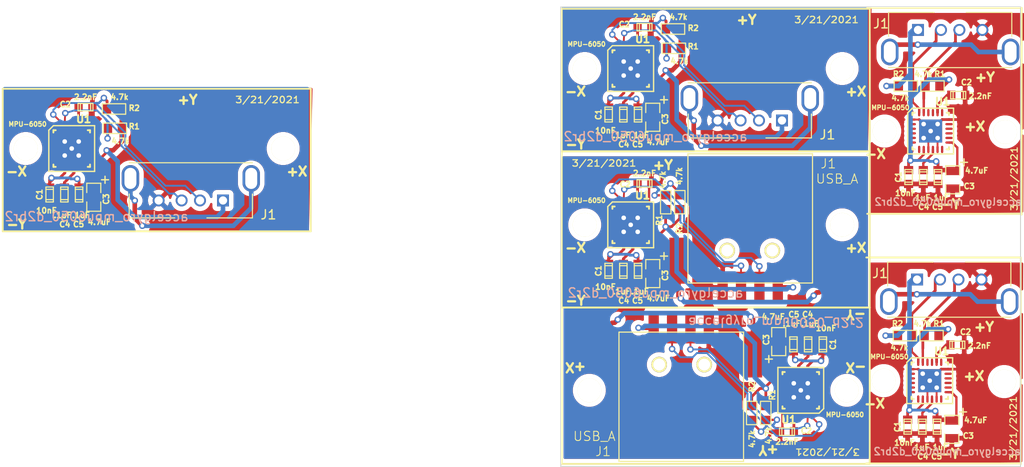
<source format=kicad_pcb>
(kicad_pcb (version 20171130) (host pcbnew 5.1.9-73d0e3b20d~88~ubuntu18.04.1)
  (layers (0 F.Cu signal) (31 B.Cu signal) (34 B.Paste user) (35 F.Paste user) (36 B.SilkS user) (37 F.SilkS user) (38 B.Mask user) (39 F.Mask user) (44 Edge.Cuts user))
  (net 0 "")
  (net 1 GND)
  (net 2 SCL)
  (net 3 SDA)
  (net 4 Vdd)
  (net 5 "Net-(C2-Pad1)")
  (net 6 "Net-(C4-Pad1)")
  (net 7 "Net-(J1-Pad5)")
  (module ted_holes:TED_Hole_2_6mm (layer F.Cu) (at 119.025 73.9)
    (fp_text reference H1 hide)
    (fp_text value HOLE hide)
    (pad "" np_thru_hole circle (at 0 0) (size 2.6 2.6) (drill 2.6) (layers *.Cu *.Mask F.SilkS))
  )
  (module ted_connectors:TED_USB_A_VERTICAL (layer F.Cu) (at 126.15 63.9)
    (fp_text reference J1 (at -7.525 -1.675) (layer F.SilkS))
    (fp_text value USB_A)
    (pad 1 thru_hole rect (at -3.5 -1) (size 1.3 1.3) (drill 0.9) (layers *.Cu *.Mask))
    (pad 2 thru_hole circle (at -1 -1) (size 1.3 1.3) (drill 0.9) (layers *.Cu *.Mask))
    (pad 3 thru_hole circle (at 1 -1) (size 1.3 1.3) (drill 0.9) (layers *.Cu *.Mask))
    (pad 4 thru_hole circle (at 3.5 -1) (size 1.3 1.3) (drill 0.9) (layers *.Cu *.Mask))
    (pad 5 thru_hole oval (at -6.57 1.4 180) (size 1.9 2.9) (drill oval 1.3 2.3) (layers *.Cu *.Mask))
    (pad 5 thru_hole oval (at 6.57 1.4) (size 1.9 2.9) (drill oval 1.3 2.3) (layers *.Cu *.Mask))
  )
  (module ted_resistors:TED_SM0603_R (layer F.Cu) (at 124.225 69 180)
    (fp_text reference R1 (at -0.8 1.3) (layer F.SilkS) (effects (font (size 0.6 0.6))))
    (fp_text value 4.7k (at 1 1.3) (layer F.SilkS) (effects (font (size 0.6 0.6))))
    (pad 2 smd rect (at 0.75184 0 180) (size 0.89916 1.00076) (layers F.Cu F.Paste F.Mask) (clearance 0.1))
    (pad 1 smd rect (at -0.75184 0 180) (size 0.89916 1.00076) (layers F.Cu F.Paste F.Mask) (clearance 0.1))
  )
  (module ted_capacitors:TED_SM2012_0805_ELEC_C (layer F.Cu) (at 126.425 79.2 270)
    (fp_text reference C3 (at 0.7 -1.8) (layer F.SilkS) (effects (font (size 0.6 0.6))))
    (fp_text value 4.7uF (at -1 -2.6 180) (layer F.SilkS) (effects (font (size 0.6 0.6))))
    (fp_text user + (at -1.9 -1.15 270) (layer F.SilkS))
    (pad 1 smd rect (at -0.9525 0 270) (size 0.889 1.397) (layers F.Cu F.Paste F.Mask))
    (pad 2 smd rect (at 0.9525 0 270) (size 0.889 1.397) (layers F.Cu F.Paste F.Mask))
  )
  (module ted_capacitors:TED_SM0603_C (layer F.Cu) (at 127.025 70)
    (fp_text reference C2 (at 0.9 -1.4) (layer F.SilkS) (effects (font (size 0.6 0.6))))
    (fp_text value 2.2nF (at 2.4 0.1 180) (layer F.SilkS) (effects (font (size 0.6 0.6))))
    (pad 2 smd rect (at 0.75184 0) (size 0.89916 1.00076) (layers F.Cu F.Paste F.Mask) (clearance 0.1))
    (pad 1 smd rect (at -0.75184 0) (size 0.89916 1.00076) (layers F.Cu F.Paste F.Mask) (clearance 0.1))
  )
  (module ted_capacitors:TED_SM0603_C (layer F.Cu) (at 123.225 78.9 270)
    (fp_text reference C4 (at 3.25 -0.05) (layer F.SilkS) (effects (font (size 0.6 0.6))))
    (fp_text value .1uF (at 2.25 0.2) (layer F.SilkS) (effects (font (size 0.6 0.6))))
    (pad 2 smd rect (at 0.75184 0 270) (size 0.89916 1.00076) (layers F.Cu F.Paste F.Mask) (clearance 0.1))
    (pad 1 smd rect (at -0.75184 0 270) (size 0.89916 1.00076) (layers F.Cu F.Paste F.Mask) (clearance 0.1))
  )
  (module ted_capacitors:TED_SM0603_C (layer F.Cu) (at 124.825 78.9 270)
    (fp_text reference C5 (at 3.25 0.05) (layer F.SilkS) (effects (font (size 0.6 0.6))))
    (fp_text value .1uF (at 2.25 -0.2) (layer F.SilkS) (effects (font (size 0.6 0.6))))
    (pad 2 smd rect (at 0.75184 0 270) (size 0.89916 1.00076) (layers F.Cu F.Paste F.Mask) (clearance 0.1))
    (pad 1 smd rect (at -0.75184 0 270) (size 0.89916 1.00076) (layers F.Cu F.Paste F.Mask) (clearance 0.1))
  )
  (module ted_capacitors:TED_SM0603_C (layer F.Cu) (at 121.625 78.9 270)
    (fp_text reference C1 (at 0 1.1 270) (layer F.SilkS) (effects (font (size 0.6 0.6))))
    (fp_text value 10nF (at 1.75 0.35) (layer F.SilkS) (effects (font (size 0.6 0.6))))
    (pad 2 smd rect (at 0.75184 0 270) (size 0.89916 1.00076) (layers F.Cu F.Paste F.Mask) (clearance 0.1))
    (pad 1 smd rect (at -0.75184 0 270) (size 0.89916 1.00076) (layers F.Cu F.Paste F.Mask) (clearance 0.1))
  )
  (module ted_holes:TED_Hole_2_6mm (layer F.Cu) (at 132.125 74)
    (fp_text reference H2 hide)
    (fp_text value HOLE hide)
    (pad "" np_thru_hole circle (at 0 0) (size 2.6 2.6) (drill 2.6) (layers *.Cu *.Mask F.SilkS))
  )
  (module ted_resistors:TED_SM0603_R (layer F.Cu) (at 121.325 69)
    (fp_text reference R2 (at -0.8 -1.3) (layer F.SilkS) (effects (font (size 0.6 0.6))))
    (fp_text value 4.7k (at -0.6 1.3) (layer F.SilkS) (effects (font (size 0.6 0.6))))
    (pad 1 smd rect (at -0.75184 0) (size 0.89916 1.00076) (layers F.Cu F.Paste F.Mask) (clearance 0.1))
    (pad 2 smd rect (at 0.75184 0) (size 0.89916 1.00076) (layers F.Cu F.Paste F.Mask) (clearance 0.1))
  )
  (module ted_ICs:TED_QFN24+1_NO_PASTE (layer F.Cu) (at 124.025 73.9)
    (fp_text reference U1 (at 1.3 -3.2) (layer F.SilkS) (effects (font (size 0.8 0.8) (thickness 0.2))))
    (fp_text value MPU-6050 (at -4.375 -2.55) (layer F.SilkS) (effects (font (size 0.5 0.5) (thickness 0.125))))
    (pad 25 smd rect (at 0 0 270) (size 2.49936 2.49936) (layers F.Cu F.Mask))
    (pad 1 smd oval (at -1.99898 -1.24968) (size 0.8001 0.24892) (layers F.Cu F.Paste F.Mask))
    (pad 2 smd oval (at -1.99898 -0.7493) (size 0.8001 0.24892) (layers F.Cu F.Paste F.Mask))
    (pad 3 smd oval (at -1.99898 -0.24892) (size 0.8001 0.24892) (layers F.Cu F.Paste F.Mask))
    (pad 4 smd oval (at -1.99898 0.24892) (size 0.8001 0.24892) (layers F.Cu F.Paste F.Mask))
    (pad 5 smd oval (at -1.99898 0.7493) (size 0.8001 0.24892) (layers F.Cu F.Paste F.Mask))
    (pad 6 smd oval (at -1.99898 1.24968) (size 0.8001 0.24892) (layers F.Cu F.Paste F.Mask))
    (pad 7 smd oval (at -1.24968 1.99898 90) (size 0.8001 0.24892) (layers F.Cu F.Paste F.Mask))
    (pad 8 smd oval (at -0.7493 1.99898 90) (size 0.8001 0.24892) (layers F.Cu F.Paste F.Mask))
    (pad 9 smd oval (at -0.24892 1.99898 90) (size 0.8001 0.24892) (layers F.Cu F.Paste F.Mask))
    (pad 10 smd oval (at 0.24892 1.99898 90) (size 0.8001 0.24892) (layers F.Cu F.Paste F.Mask))
    (pad 11 smd oval (at 0.7493 1.99898 90) (size 0.8001 0.24892) (layers F.Cu F.Paste F.Mask))
    (pad 12 smd oval (at 1.24968 1.99898 90) (size 0.8001 0.24892) (layers F.Cu F.Paste F.Mask))
    (pad 13 smd oval (at 1.99898 1.24968 180) (size 0.8001 0.24892) (layers F.Cu F.Paste F.Mask))
    (pad 14 smd oval (at 1.99898 0.7493 180) (size 0.8001 0.24892) (layers F.Cu F.Paste F.Mask))
    (pad 15 smd oval (at 1.99898 0.24892 180) (size 0.8001 0.24892) (layers F.Cu F.Paste F.Mask))
    (pad 16 smd oval (at 1.99898 -0.24892 180) (size 0.8001 0.24892) (layers F.Cu F.Paste F.Mask))
    (pad 17 smd oval (at 1.99898 -0.7493 180) (size 0.8001 0.24892) (layers F.Cu F.Paste F.Mask))
    (pad 18 smd oval (at 1.99898 -1.24968 180) (size 0.8001 0.24892) (layers F.Cu F.Paste F.Mask))
    (pad 19 smd oval (at 1.24968 -1.99898 270) (size 0.8001 0.24892) (layers F.Cu F.Paste F.Mask))
    (pad 20 smd oval (at 0.7493 -1.99898 270) (size 0.8001 0.24892) (layers F.Cu F.Paste F.Mask))
    (pad 21 smd oval (at 0.24892 -1.99898 270) (size 0.8001 0.24892) (layers F.Cu F.Paste F.Mask))
    (pad 22 smd oval (at -0.24892 -1.99898 270) (size 0.8001 0.24892) (layers F.Cu F.Paste F.Mask))
    (pad 23 smd oval (at -0.7493 -1.99898 270) (size 0.8001 0.24892) (layers F.Cu F.Paste F.Mask))
    (pad 24 smd oval (at -1.24968 -1.99898 270) (size 0.8001 0.24892) (layers F.Cu F.Paste F.Mask))
    (pad 25 thru_hole circle (at 0 0 270) (size 0.6 0.6) (drill 0.5) (layers *.Cu))
    (pad 25 thru_hole circle (at 0.762 -0.762 270) (size 0.6 0.6) (drill 0.5) (layers *.Cu))
    (pad 25 thru_hole circle (at -0.762 -0.762 270) (size 0.6 0.6) (drill 0.5) (layers *.Cu))
    (pad 25 thru_hole circle (at 0.762 0.762 270) (size 0.6 0.6) (drill 0.5) (layers *.Cu))
    (pad 25 thru_hole circle (at -0.762 0.762 270) (size 0.6 0.6) (drill 0.5) (layers *.Cu))
    (pad 25 smd rect (at 0 0 270) (size 2.49936 2.49936) (layers B.Cu B.Mask))
  )
  (module ted_connectors:TED_USB_A_SMD (layer F.Cu) (at 104.4 83.4 180)
    (fp_text reference J1 (at -8.5 5.95) (layer F.SilkS) (effects (font (size 1.00076 1.00076) (thickness 0.09906))))
    (fp_text value USB_A (at -9.45 4.3) (layer F.SilkS) (effects (font (size 1.00076 1.00076) (thickness 0.09906))))
    (pad "" np_thru_hole circle (at -2.4 -3.5 180) (size 1.7 1.7) (drill 1.3) (layers *.Cu *.Mask F.SilkS))
    (pad 3 smd rect (at 1 -7.5 180) (size 1.12 3.39) (layers F.Cu F.Paste F.Mask))
    (pad 2 smd rect (at -1 -7.5 180) (size 1.12 3.39) (layers F.Cu F.Paste F.Mask))
    (pad 1 smd rect (at -3 -7.5 180) (size 1.12 3.39) (layers F.Cu F.Paste F.Mask))
    (pad 4 smd rect (at 3 -7.5 180) (size 1.12 3.39) (layers F.Cu F.Paste F.Mask))
    (pad "" np_thru_hole circle (at 2.5 -3.5 180) (size 1.7 1.7) (drill 1.3) (layers *.Cu *.Mask F.SilkS))
    (pad 5 smd rect (at -7.8 -4.6 180) (size 2 5) (layers F.Cu F.Paste F.Mask))
    (pad 5 smd rect (at 7.8 -4.6 180) (size 2 5) (layers F.Cu F.Paste F.Mask))
  )
  (module ted_holes:TED_Hole_2_6mm (layer F.Cu) (at 86.4 84.1)
    (fp_text reference H1 hide)
    (fp_text value HOLE hide)
    (pad "" np_thru_hole circle (at 0 0) (size 2.6 2.6) (drill 2.6) (layers *.Cu *.Mask F.SilkS))
  )
  (module ted_holes:TED_Hole_2_6mm (layer F.Cu) (at 114.4 84.1)
    (fp_text reference H2 hide)
    (fp_text value HOLE hide)
    (pad "" np_thru_hole circle (at 0 0) (size 2.6 2.6) (drill 2.6) (layers *.Cu *.Mask F.SilkS))
  )
  (module ted_capacitors:TED_SM0603_C (layer F.Cu) (at 90.6 89.1 270)
    (fp_text reference C4 (at 3.25 -0.05) (layer F.SilkS) (effects (font (size 0.6 0.6))))
    (fp_text value .1uF (at 2.25 0.2) (layer F.SilkS) (effects (font (size 0.6 0.6))))
    (pad 1 smd rect (at -0.75184 0 270) (size 0.89916 1.00076) (layers F.Cu F.Paste F.Mask) (clearance 0.1))
    (pad 2 smd rect (at 0.75184 0 270) (size 0.89916 1.00076) (layers F.Cu F.Paste F.Mask) (clearance 0.1))
  )
  (module ted_capacitors:TED_SM0603_C (layer F.Cu) (at 92.9 79.6)
    (fp_text reference C2 (at -2.1 0.1) (layer F.SilkS) (effects (font (size 0.6 0.6))))
    (fp_text value 2.2nF (at 0 -1.1 180) (layer F.SilkS) (effects (font (size 0.6 0.6))))
    (pad 1 smd rect (at -0.75184 0) (size 0.89916 1.00076) (layers F.Cu F.Paste F.Mask) (clearance 0.1))
    (pad 2 smd rect (at 0.75184 0) (size 0.89916 1.00076) (layers F.Cu F.Paste F.Mask) (clearance 0.1))
  )
  (module ted_capacitors:TED_SM0603_C (layer F.Cu) (at 89 89.1 270)
    (fp_text reference C1 (at 0 1.1 270) (layer F.SilkS) (effects (font (size 0.6 0.6))))
    (fp_text value 10nF (at 1.75 0.35) (layer F.SilkS) (effects (font (size 0.6 0.6))))
    (pad 1 smd rect (at -0.75184 0 270) (size 0.89916 1.00076) (layers F.Cu F.Paste F.Mask) (clearance 0.1))
    (pad 2 smd rect (at 0.75184 0 270) (size 0.89916 1.00076) (layers F.Cu F.Paste F.Mask) (clearance 0.1))
  )
  (module ted_resistors:TED_SM0603_R (layer F.Cu) (at 95.212 81.636 90)
    (fp_text reference R1 (at -1.964 -0.712 90) (layer F.SilkS) (effects (font (size 0.6 0.6))))
    (fp_text value 4.7k (at 2.436 -0.312 90) (layer F.SilkS) (effects (font (size 0.6 0.6))))
    (pad 1 smd rect (at -0.75184 0 90) (size 0.89916 1.00076) (layers F.Cu F.Paste F.Mask) (clearance 0.1))
    (pad 2 smd rect (at 0.75184 0 90) (size 0.89916 1.00076) (layers F.Cu F.Paste F.Mask) (clearance 0.1))
  )
  (module ted_capacitors:TED_SM2012_0805_ELEC_C (layer F.Cu) (at 93.8 89.4 270)
    (fp_text reference C3 (at 0.2 -1.35 270) (layer F.SilkS) (effects (font (size 0.6 0.6))))
    (fp_text value 4.7uF (at 2.7 -0.6 180) (layer F.SilkS) (effects (font (size 0.6 0.6))))
    (fp_text user + (at -1.9 -1.15 270) (layer F.SilkS))
    (pad 2 smd rect (at 0.9525 0 270) (size 0.889 1.397) (layers F.Cu F.Paste F.Mask))
    (pad 1 smd rect (at -0.9525 0 270) (size 0.889 1.397) (layers F.Cu F.Paste F.Mask))
  )
  (module ted_capacitors:TED_SM0603_C (layer F.Cu) (at 92.2 89.1 270)
    (fp_text reference C5 (at 3.25 0.05) (layer F.SilkS) (effects (font (size 0.6 0.6))))
    (fp_text value .1uF (at 2.25 -0.2) (layer F.SilkS) (effects (font (size 0.6 0.6))))
    (pad 1 smd rect (at -0.75184 0 270) (size 0.89916 1.00076) (layers F.Cu F.Paste F.Mask) (clearance 0.1))
    (pad 2 smd rect (at 0.75184 0 270) (size 0.89916 1.00076) (layers F.Cu F.Paste F.Mask) (clearance 0.1))
  )
  (module ted_ICs:TED_QFN24+1_NO_PASTE (layer F.Cu) (at 91.4 84.1)
    (fp_text reference U1 (at 1.3 -3.2) (layer F.SilkS) (effects (font (size 0.8 0.8) (thickness 0.2))))
    (fp_text value MPU-6050 (at -4.8 -2.65) (layer F.SilkS) (effects (font (size 0.5 0.5) (thickness 0.125))))
    (pad 25 smd rect (at 0 0 270) (size 2.49936 2.49936) (layers B.Cu B.Mask))
    (pad 25 thru_hole circle (at -0.762 0.762 270) (size 0.6 0.6) (drill 0.5) (layers *.Cu))
    (pad 25 thru_hole circle (at 0.762 0.762 270) (size 0.6 0.6) (drill 0.5) (layers *.Cu))
    (pad 25 thru_hole circle (at -0.762 -0.762 270) (size 0.6 0.6) (drill 0.5) (layers *.Cu))
    (pad 25 thru_hole circle (at 0.762 -0.762 270) (size 0.6 0.6) (drill 0.5) (layers *.Cu))
    (pad 25 thru_hole circle (at 0 0 270) (size 0.6 0.6) (drill 0.5) (layers *.Cu))
    (pad 24 smd oval (at -1.24968 -1.99898 270) (size 0.8001 0.24892) (layers F.Cu F.Paste F.Mask))
    (pad 23 smd oval (at -0.7493 -1.99898 270) (size 0.8001 0.24892) (layers F.Cu F.Paste F.Mask))
    (pad 22 smd oval (at -0.24892 -1.99898 270) (size 0.8001 0.24892) (layers F.Cu F.Paste F.Mask))
    (pad 21 smd oval (at 0.24892 -1.99898 270) (size 0.8001 0.24892) (layers F.Cu F.Paste F.Mask))
    (pad 20 smd oval (at 0.7493 -1.99898 270) (size 0.8001 0.24892) (layers F.Cu F.Paste F.Mask))
    (pad 19 smd oval (at 1.24968 -1.99898 270) (size 0.8001 0.24892) (layers F.Cu F.Paste F.Mask))
    (pad 18 smd oval (at 1.99898 -1.24968 180) (size 0.8001 0.24892) (layers F.Cu F.Paste F.Mask))
    (pad 17 smd oval (at 1.99898 -0.7493 180) (size 0.8001 0.24892) (layers F.Cu F.Paste F.Mask))
    (pad 16 smd oval (at 1.99898 -0.24892 180) (size 0.8001 0.24892) (layers F.Cu F.Paste F.Mask))
    (pad 15 smd oval (at 1.99898 0.24892 180) (size 0.8001 0.24892) (layers F.Cu F.Paste F.Mask))
    (pad 14 smd oval (at 1.99898 0.7493 180) (size 0.8001 0.24892) (layers F.Cu F.Paste F.Mask))
    (pad 13 smd oval (at 1.99898 1.24968 180) (size 0.8001 0.24892) (layers F.Cu F.Paste F.Mask))
    (pad 12 smd oval (at 1.24968 1.99898 90) (size 0.8001 0.24892) (layers F.Cu F.Paste F.Mask))
    (pad 11 smd oval (at 0.7493 1.99898 90) (size 0.8001 0.24892) (layers F.Cu F.Paste F.Mask))
    (pad 10 smd oval (at 0.24892 1.99898 90) (size 0.8001 0.24892) (layers F.Cu F.Paste F.Mask))
    (pad 9 smd oval (at -0.24892 1.99898 90) (size 0.8001 0.24892) (layers F.Cu F.Paste F.Mask))
    (pad 8 smd oval (at -0.7493 1.99898 90) (size 0.8001 0.24892) (layers F.Cu F.Paste F.Mask))
    (pad 7 smd oval (at -1.24968 1.99898 90) (size 0.8001 0.24892) (layers F.Cu F.Paste F.Mask))
    (pad 6 smd oval (at -1.99898 1.24968) (size 0.8001 0.24892) (layers F.Cu F.Paste F.Mask))
    (pad 5 smd oval (at -1.99898 0.7493) (size 0.8001 0.24892) (layers F.Cu F.Paste F.Mask))
    (pad 4 smd oval (at -1.99898 0.24892) (size 0.8001 0.24892) (layers F.Cu F.Paste F.Mask))
    (pad 3 smd oval (at -1.99898 -0.24892) (size 0.8001 0.24892) (layers F.Cu F.Paste F.Mask))
    (pad 2 smd oval (at -1.99898 -0.7493) (size 0.8001 0.24892) (layers F.Cu F.Paste F.Mask))
    (pad 1 smd oval (at -1.99898 -1.24968) (size 0.8001 0.24892) (layers F.Cu F.Paste F.Mask))
    (pad 25 smd rect (at 0 0 270) (size 2.49936 2.49936) (layers F.Cu F.Mask))
  )
  (module ted_resistors:TED_SM0603_R (layer F.Cu) (at 96.736 81.636 90)
    (fp_text reference R2 (at -2.864 -0.036 90) (layer F.SilkS) (effects (font (size 0.6 0.6))))
    (fp_text value 4.7k (at 2.836 -0.036 90) (layer F.SilkS) (effects (font (size 0.6 0.6))))
    (pad 2 smd rect (at 0.75184 0 90) (size 0.89916 1.00076) (layers F.Cu F.Paste F.Mask) (clearance 0.1))
    (pad 1 smd rect (at -0.75184 0 90) (size 0.89916 1.00076) (layers F.Cu F.Paste F.Mask) (clearance 0.1))
  )
  (module ted_ICs:TED_QFN24+1_NO_PASTE (layer F.Cu) (at 30.6 75.8)
    (fp_text reference U1 (at 1.3 -3.2) (layer F.SilkS) (effects (font (size 0.8 0.8) (thickness 0.2))))
    (fp_text value MPU-6050 (at -4.8 -2.65) (layer F.SilkS) (effects (font (size 0.5 0.5) (thickness 0.125))))
    (pad 25 smd rect (at 0 0 270) (size 2.49936 2.49936) (layers F.Cu F.Mask))
    (pad 1 smd oval (at -1.99898 -1.24968) (size 0.8001 0.24892) (layers F.Cu F.Paste F.Mask))
    (pad 2 smd oval (at -1.99898 -0.7493) (size 0.8001 0.24892) (layers F.Cu F.Paste F.Mask))
    (pad 3 smd oval (at -1.99898 -0.24892) (size 0.8001 0.24892) (layers F.Cu F.Paste F.Mask))
    (pad 4 smd oval (at -1.99898 0.24892) (size 0.8001 0.24892) (layers F.Cu F.Paste F.Mask))
    (pad 5 smd oval (at -1.99898 0.7493) (size 0.8001 0.24892) (layers F.Cu F.Paste F.Mask))
    (pad 6 smd oval (at -1.99898 1.24968) (size 0.8001 0.24892) (layers F.Cu F.Paste F.Mask))
    (pad 7 smd oval (at -1.24968 1.99898 90) (size 0.8001 0.24892) (layers F.Cu F.Paste F.Mask))
    (pad 8 smd oval (at -0.7493 1.99898 90) (size 0.8001 0.24892) (layers F.Cu F.Paste F.Mask))
    (pad 9 smd oval (at -0.24892 1.99898 90) (size 0.8001 0.24892) (layers F.Cu F.Paste F.Mask))
    (pad 10 smd oval (at 0.24892 1.99898 90) (size 0.8001 0.24892) (layers F.Cu F.Paste F.Mask))
    (pad 11 smd oval (at 0.7493 1.99898 90) (size 0.8001 0.24892) (layers F.Cu F.Paste F.Mask))
    (pad 12 smd oval (at 1.24968 1.99898 90) (size 0.8001 0.24892) (layers F.Cu F.Paste F.Mask))
    (pad 13 smd oval (at 1.99898 1.24968 180) (size 0.8001 0.24892) (layers F.Cu F.Paste F.Mask))
    (pad 14 smd oval (at 1.99898 0.7493 180) (size 0.8001 0.24892) (layers F.Cu F.Paste F.Mask))
    (pad 15 smd oval (at 1.99898 0.24892 180) (size 0.8001 0.24892) (layers F.Cu F.Paste F.Mask))
    (pad 16 smd oval (at 1.99898 -0.24892 180) (size 0.8001 0.24892) (layers F.Cu F.Paste F.Mask))
    (pad 17 smd oval (at 1.99898 -0.7493 180) (size 0.8001 0.24892) (layers F.Cu F.Paste F.Mask))
    (pad 18 smd oval (at 1.99898 -1.24968 180) (size 0.8001 0.24892) (layers F.Cu F.Paste F.Mask))
    (pad 19 smd oval (at 1.24968 -1.99898 270) (size 0.8001 0.24892) (layers F.Cu F.Paste F.Mask))
    (pad 20 smd oval (at 0.7493 -1.99898 270) (size 0.8001 0.24892) (layers F.Cu F.Paste F.Mask))
    (pad 21 smd oval (at 0.24892 -1.99898 270) (size 0.8001 0.24892) (layers F.Cu F.Paste F.Mask))
    (pad 22 smd oval (at -0.24892 -1.99898 270) (size 0.8001 0.24892) (layers F.Cu F.Paste F.Mask))
    (pad 23 smd oval (at -0.7493 -1.99898 270) (size 0.8001 0.24892) (layers F.Cu F.Paste F.Mask))
    (pad 24 smd oval (at -1.24968 -1.99898 270) (size 0.8001 0.24892) (layers F.Cu F.Paste F.Mask))
    (pad 25 thru_hole circle (at 0 0 270) (size 0.6 0.6) (drill 0.5) (layers *.Cu))
    (pad 25 thru_hole circle (at 0.762 -0.762 270) (size 0.6 0.6) (drill 0.5) (layers *.Cu))
    (pad 25 thru_hole circle (at -0.762 -0.762 270) (size 0.6 0.6) (drill 0.5) (layers *.Cu))
    (pad 25 thru_hole circle (at 0.762 0.762 270) (size 0.6 0.6) (drill 0.5) (layers *.Cu))
    (pad 25 thru_hole circle (at -0.762 0.762 270) (size 0.6 0.6) (drill 0.5) (layers *.Cu))
    (pad 25 smd rect (at 0 0 270) (size 2.49936 2.49936) (layers B.Cu B.Mask))
  )
  (module ted_capacitors:TED_SM0603_C (layer F.Cu) (at 29.8 80.8 270)
    (fp_text reference C4 (at 3.25 -0.05) (layer F.SilkS) (effects (font (size 0.6 0.6))))
    (fp_text value .1uF (at 2.25 0.2) (layer F.SilkS) (effects (font (size 0.6 0.6))))
    (pad 2 smd rect (at 0.75184 0 270) (size 0.89916 1.00076) (layers F.Cu F.Paste F.Mask) (clearance 0.1))
    (pad 1 smd rect (at -0.75184 0 270) (size 0.89916 1.00076) (layers F.Cu F.Paste F.Mask) (clearance 0.1))
  )
  (module ted_capacitors:TED_SM0603_C (layer F.Cu) (at 28.2 80.8 270)
    (fp_text reference C1 (at 0 1.1 270) (layer F.SilkS) (effects (font (size 0.6 0.6))))
    (fp_text value 10nF (at 1.75 0.35) (layer F.SilkS) (effects (font (size 0.6 0.6))))
    (pad 2 smd rect (at 0.75184 0 270) (size 0.89916 1.00076) (layers F.Cu F.Paste F.Mask) (clearance 0.1))
    (pad 1 smd rect (at -0.75184 0 270) (size 0.89916 1.00076) (layers F.Cu F.Paste F.Mask) (clearance 0.1))
  )
  (module ted_capacitors:TED_SM2012_0805_ELEC_C (layer F.Cu) (at 33 81.1 270)
    (fp_text reference C3 (at 0.2 -1.35 270) (layer F.SilkS) (effects (font (size 0.6 0.6))))
    (fp_text value 4.7uF (at 2.7 -0.6 180) (layer F.SilkS) (effects (font (size 0.6 0.6))))
    (fp_text user + (at -1.9 -1.15 270) (layer F.SilkS))
    (pad 1 smd rect (at -0.9525 0 270) (size 0.889 1.397) (layers F.Cu F.Paste F.Mask))
    (pad 2 smd rect (at 0.9525 0 270) (size 0.889 1.397) (layers F.Cu F.Paste F.Mask))
  )
  (module ted_holes:TED_Hole_2_6mm (layer F.Cu) (at 53.6 75.8)
    (fp_text reference H2 hide)
    (fp_text value HOLE hide)
    (pad "" np_thru_hole circle (at 0 0) (size 2.6 2.6) (drill 2.6) (layers *.Cu *.Mask F.SilkS))
  )
  (module ted_resistors:TED_SM0603_R (layer F.Cu) (at 35.2 71.5 180)
    (fp_text reference R2 (at -2.2 0.1) (layer F.SilkS) (effects (font (size 0.6 0.6))))
    (fp_text value 4.7k (at -0.6 1.3) (layer F.SilkS) (effects (font (size 0.6 0.6))))
    (pad 1 smd rect (at -0.75184 0 180) (size 0.89916 1.00076) (layers F.Cu F.Paste F.Mask) (clearance 0.1))
    (pad 2 smd rect (at 0.75184 0 180) (size 0.89916 1.00076) (layers F.Cu F.Paste F.Mask) (clearance 0.1))
  )
  (module ted_connectors:TED_USB_A_VERTICAL (layer F.Cu) (at 43.556 80.448 180)
    (fp_text reference J1 (at -8.444 -2.552) (layer F.SilkS))
    (fp_text value USB_A)
    (pad 1 thru_hole rect (at -3.5 -1 180) (size 1.3 1.3) (drill 0.9) (layers *.Cu *.Mask))
    (pad 2 thru_hole circle (at -1 -1 180) (size 1.3 1.3) (drill 0.9) (layers *.Cu *.Mask))
    (pad 3 thru_hole circle (at 1 -1 180) (size 1.3 1.3) (drill 0.9) (layers *.Cu *.Mask))
    (pad 4 thru_hole circle (at 3.5 -1 180) (size 1.3 1.3) (drill 0.9) (layers *.Cu *.Mask))
    (pad 5 thru_hole oval (at -6.57 1.4) (size 1.9 2.9) (drill oval 1.3 2.3) (layers *.Cu *.Mask))
    (pad 5 thru_hole oval (at 6.57 1.4 180) (size 1.9 2.9) (drill oval 1.3 2.3) (layers *.Cu *.Mask))
  )
  (module ted_holes:TED_Hole_2_6mm (layer F.Cu) (at 25.6 75.8)
    (fp_text reference H1 hide)
    (fp_text value HOLE hide)
    (pad "" np_thru_hole circle (at 0 0) (size 2.6 2.6) (drill 2.6) (layers *.Cu *.Mask F.SilkS))
  )
  (module ted_capacitors:TED_SM0603_C (layer F.Cu) (at 32.1 71.3)
    (fp_text reference C2 (at -2.2 -0.3) (layer F.SilkS) (effects (font (size 0.6 0.6))))
    (fp_text value 2.2nF (at 0 -1.1 180) (layer F.SilkS) (effects (font (size 0.6 0.6))))
    (pad 2 smd rect (at 0.75184 0) (size 0.89916 1.00076) (layers F.Cu F.Paste F.Mask) (clearance 0.1))
    (pad 1 smd rect (at -0.75184 0) (size 0.89916 1.00076) (layers F.Cu F.Paste F.Mask) (clearance 0.1))
  )
  (module ted_capacitors:TED_SM0603_C (layer F.Cu) (at 31.4 80.8 270)
    (fp_text reference C5 (at 3.25 0.05) (layer F.SilkS) (effects (font (size 0.6 0.6))))
    (fp_text value .1uF (at 2.25 -0.2) (layer F.SilkS) (effects (font (size 0.6 0.6))))
    (pad 2 smd rect (at 0.75184 0 270) (size 0.89916 1.00076) (layers F.Cu F.Paste F.Mask) (clearance 0.1))
    (pad 1 smd rect (at -0.75184 0 270) (size 0.89916 1.00076) (layers F.Cu F.Paste F.Mask) (clearance 0.1))
  )
  (module ted_resistors:TED_SM0603_R (layer F.Cu) (at 35.3 73.6 180)
    (fp_text reference R1 (at -2.1 0.2) (layer F.SilkS) (effects (font (size 0.6 0.6))))
    (fp_text value 4.7k (at -0.6 -1.4) (layer F.SilkS) (effects (font (size 0.6 0.6))))
    (pad 2 smd rect (at 0.75184 0 180) (size 0.89916 1.00076) (layers F.Cu F.Paste F.Mask) (clearance 0.1))
    (pad 1 smd rect (at -0.75184 0 180) (size 0.89916 1.00076) (layers F.Cu F.Paste F.Mask) (clearance 0.1))
  )
  (module ted_capacitors:TED_SM0603_C (layer F.Cu) (at 92.2 72.1 270)
    (fp_text reference C5 (at 3.25 0.05) (layer F.SilkS) (effects (font (size 0.6 0.6))))
    (fp_text value .1uF (at 2.25 -0.2) (layer F.SilkS) (effects (font (size 0.6 0.6))))
    (pad 1 smd rect (at -0.75184 0 270) (size 0.89916 1.00076) (layers F.Cu F.Paste F.Mask) (clearance 0.1))
    (pad 2 smd rect (at 0.75184 0 270) (size 0.89916 1.00076) (layers F.Cu F.Paste F.Mask) (clearance 0.1))
  )
  (module ted_ICs:TED_QFN24+1_NO_PASTE (layer F.Cu) (at 91.4 67.1)
    (fp_text reference U1 (at 1.3 -3.2) (layer F.SilkS) (effects (font (size 0.8 0.8) (thickness 0.2))))
    (fp_text value MPU-6050 (at -4.8 -2.65) (layer F.SilkS) (effects (font (size 0.5 0.5) (thickness 0.125))))
    (pad 25 smd rect (at 0 0 270) (size 2.49936 2.49936) (layers B.Cu B.Mask))
    (pad 25 thru_hole circle (at -0.762 0.762 270) (size 0.6 0.6) (drill 0.5) (layers *.Cu))
    (pad 25 thru_hole circle (at 0.762 0.762 270) (size 0.6 0.6) (drill 0.5) (layers *.Cu))
    (pad 25 thru_hole circle (at -0.762 -0.762 270) (size 0.6 0.6) (drill 0.5) (layers *.Cu))
    (pad 25 thru_hole circle (at 0.762 -0.762 270) (size 0.6 0.6) (drill 0.5) (layers *.Cu))
    (pad 25 thru_hole circle (at 0 0 270) (size 0.6 0.6) (drill 0.5) (layers *.Cu))
    (pad 24 smd oval (at -1.24968 -1.99898 270) (size 0.8001 0.24892) (layers F.Cu F.Paste F.Mask))
    (pad 23 smd oval (at -0.7493 -1.99898 270) (size 0.8001 0.24892) (layers F.Cu F.Paste F.Mask))
    (pad 22 smd oval (at -0.24892 -1.99898 270) (size 0.8001 0.24892) (layers F.Cu F.Paste F.Mask))
    (pad 21 smd oval (at 0.24892 -1.99898 270) (size 0.8001 0.24892) (layers F.Cu F.Paste F.Mask))
    (pad 20 smd oval (at 0.7493 -1.99898 270) (size 0.8001 0.24892) (layers F.Cu F.Paste F.Mask))
    (pad 19 smd oval (at 1.24968 -1.99898 270) (size 0.8001 0.24892) (layers F.Cu F.Paste F.Mask))
    (pad 18 smd oval (at 1.99898 -1.24968 180) (size 0.8001 0.24892) (layers F.Cu F.Paste F.Mask))
    (pad 17 smd oval (at 1.99898 -0.7493 180) (size 0.8001 0.24892) (layers F.Cu F.Paste F.Mask))
    (pad 16 smd oval (at 1.99898 -0.24892 180) (size 0.8001 0.24892) (layers F.Cu F.Paste F.Mask))
    (pad 15 smd oval (at 1.99898 0.24892 180) (size 0.8001 0.24892) (layers F.Cu F.Paste F.Mask))
    (pad 14 smd oval (at 1.99898 0.7493 180) (size 0.8001 0.24892) (layers F.Cu F.Paste F.Mask))
    (pad 13 smd oval (at 1.99898 1.24968 180) (size 0.8001 0.24892) (layers F.Cu F.Paste F.Mask))
    (pad 12 smd oval (at 1.24968 1.99898 90) (size 0.8001 0.24892) (layers F.Cu F.Paste F.Mask))
    (pad 11 smd oval (at 0.7493 1.99898 90) (size 0.8001 0.24892) (layers F.Cu F.Paste F.Mask))
    (pad 10 smd oval (at 0.24892 1.99898 90) (size 0.8001 0.24892) (layers F.Cu F.Paste F.Mask))
    (pad 9 smd oval (at -0.24892 1.99898 90) (size 0.8001 0.24892) (layers F.Cu F.Paste F.Mask))
    (pad 8 smd oval (at -0.7493 1.99898 90) (size 0.8001 0.24892) (layers F.Cu F.Paste F.Mask))
    (pad 7 smd oval (at -1.24968 1.99898 90) (size 0.8001 0.24892) (layers F.Cu F.Paste F.Mask))
    (pad 6 smd oval (at -1.99898 1.24968) (size 0.8001 0.24892) (layers F.Cu F.Paste F.Mask))
    (pad 5 smd oval (at -1.99898 0.7493) (size 0.8001 0.24892) (layers F.Cu F.Paste F.Mask))
    (pad 4 smd oval (at -1.99898 0.24892) (size 0.8001 0.24892) (layers F.Cu F.Paste F.Mask))
    (pad 3 smd oval (at -1.99898 -0.24892) (size 0.8001 0.24892) (layers F.Cu F.Paste F.Mask))
    (pad 2 smd oval (at -1.99898 -0.7493) (size 0.8001 0.24892) (layers F.Cu F.Paste F.Mask))
    (pad 1 smd oval (at -1.99898 -1.24968) (size 0.8001 0.24892) (layers F.Cu F.Paste F.Mask))
    (pad 25 smd rect (at 0 0 270) (size 2.49936 2.49936) (layers F.Cu F.Mask))
  )
  (module ted_holes:TED_Hole_2_6mm (layer F.Cu) (at 114.4 67.1)
    (fp_text reference H2 hide)
    (fp_text value HOLE hide)
    (pad "" np_thru_hole circle (at 0 0) (size 2.6 2.6) (drill 2.6) (layers *.Cu *.Mask F.SilkS))
  )
  (module ted_capacitors:TED_SM0603_C (layer F.Cu) (at 90.6 72.1 270)
    (fp_text reference C4 (at 3.25 -0.05) (layer F.SilkS) (effects (font (size 0.6 0.6))))
    (fp_text value .1uF (at 2.25 0.2) (layer F.SilkS) (effects (font (size 0.6 0.6))))
    (pad 1 smd rect (at -0.75184 0 270) (size 0.89916 1.00076) (layers F.Cu F.Paste F.Mask) (clearance 0.1))
    (pad 2 smd rect (at 0.75184 0 270) (size 0.89916 1.00076) (layers F.Cu F.Paste F.Mask) (clearance 0.1))
  )
  (module ted_resistors:TED_SM0603_R (layer F.Cu) (at 96 62.8 180)
    (fp_text reference R2 (at -2.2 0.1) (layer F.SilkS) (effects (font (size 0.6 0.6))))
    (fp_text value 4.7k (at -0.6 1.3) (layer F.SilkS) (effects (font (size 0.6 0.6))))
    (pad 2 smd rect (at 0.75184 0 180) (size 0.89916 1.00076) (layers F.Cu F.Paste F.Mask) (clearance 0.1))
    (pad 1 smd rect (at -0.75184 0 180) (size 0.89916 1.00076) (layers F.Cu F.Paste F.Mask) (clearance 0.1))
  )
  (module ted_capacitors:TED_SM0603_C (layer F.Cu) (at 89 72.1 270)
    (fp_text reference C1 (at 0 1.1 270) (layer F.SilkS) (effects (font (size 0.6 0.6))))
    (fp_text value 10nF (at 1.75 0.35) (layer F.SilkS) (effects (font (size 0.6 0.6))))
    (pad 1 smd rect (at -0.75184 0 270) (size 0.89916 1.00076) (layers F.Cu F.Paste F.Mask) (clearance 0.1))
    (pad 2 smd rect (at 0.75184 0 270) (size 0.89916 1.00076) (layers F.Cu F.Paste F.Mask) (clearance 0.1))
  )
  (module ted_capacitors:TED_SM2012_0805_ELEC_C (layer F.Cu) (at 93.8 72.4 270)
    (fp_text reference C3 (at 0.2 -1.35 270) (layer F.SilkS) (effects (font (size 0.6 0.6))))
    (fp_text value 4.7uF (at 2.7 -0.6 180) (layer F.SilkS) (effects (font (size 0.6 0.6))))
    (fp_text user + (at -1.9 -1.15 270) (layer F.SilkS))
    (pad 2 smd rect (at 0.9525 0 270) (size 0.889 1.397) (layers F.Cu F.Paste F.Mask))
    (pad 1 smd rect (at -0.9525 0 270) (size 0.889 1.397) (layers F.Cu F.Paste F.Mask))
  )
  (module ted_connectors:TED_USB_A_VERTICAL (layer F.Cu) (at 104.356 71.748 180)
    (fp_text reference J1 (at -8.444 -2.552) (layer F.SilkS))
    (fp_text value USB_A)
    (pad 5 thru_hole oval (at 6.57 1.4 180) (size 1.9 2.9) (drill oval 1.3 2.3) (layers *.Cu *.Mask))
    (pad 5 thru_hole oval (at -6.57 1.4) (size 1.9 2.9) (drill oval 1.3 2.3) (layers *.Cu *.Mask))
    (pad 4 thru_hole circle (at 3.5 -1 180) (size 1.3 1.3) (drill 0.9) (layers *.Cu *.Mask))
    (pad 3 thru_hole circle (at 1 -1 180) (size 1.3 1.3) (drill 0.9) (layers *.Cu *.Mask))
    (pad 2 thru_hole circle (at -1 -1 180) (size 1.3 1.3) (drill 0.9) (layers *.Cu *.Mask))
    (pad 1 thru_hole rect (at -3.5 -1 180) (size 1.3 1.3) (drill 0.9) (layers *.Cu *.Mask))
  )
  (module ted_holes:TED_Hole_2_6mm (layer F.Cu) (at 86.4 67.1)
    (fp_text reference H1 hide)
    (fp_text value HOLE hide)
    (pad "" np_thru_hole circle (at 0 0) (size 2.6 2.6) (drill 2.6) (layers *.Cu *.Mask F.SilkS))
  )
  (module ted_resistors:TED_SM0603_R (layer F.Cu) (at 96.1 64.9 180)
    (fp_text reference R1 (at -2.1 0.2) (layer F.SilkS) (effects (font (size 0.6 0.6))))
    (fp_text value 4.7k (at -0.6 -1.4) (layer F.SilkS) (effects (font (size 0.6 0.6))))
    (pad 1 smd rect (at -0.75184 0 180) (size 0.89916 1.00076) (layers F.Cu F.Paste F.Mask) (clearance 0.1))
    (pad 2 smd rect (at 0.75184 0 180) (size 0.89916 1.00076) (layers F.Cu F.Paste F.Mask) (clearance 0.1))
  )
  (module ted_capacitors:TED_SM0603_C (layer F.Cu) (at 92.9 62.6)
    (fp_text reference C2 (at -2.2 -0.3) (layer F.SilkS) (effects (font (size 0.6 0.6))))
    (fp_text value 2.2nF (at 0 -1.1 180) (layer F.SilkS) (effects (font (size 0.6 0.6))))
    (pad 1 smd rect (at -0.75184 0) (size 0.89916 1.00076) (layers F.Cu F.Paste F.Mask) (clearance 0.1))
    (pad 2 smd rect (at 0.75184 0) (size 0.89916 1.00076) (layers F.Cu F.Paste F.Mask) (clearance 0.1))
  )
  (module ted_holes:TED_Hole_2_6mm (layer F.Cu) (at 114.9 102.1 180)
    (fp_text reference H1 hide)
    (fp_text value HOLE hide)
    (pad "" np_thru_hole circle (at 0 0 180) (size 2.6 2.6) (drill 2.6) (layers *.Cu *.Mask F.SilkS))
  )
  (module ted_holes:TED_Hole_2_6mm (layer F.Cu) (at 86.9 102.1 180)
    (fp_text reference H2 hide)
    (fp_text value HOLE hide)
    (pad "" np_thru_hole circle (at 0 0 180) (size 2.6 2.6) (drill 2.6) (layers *.Cu *.Mask F.SilkS))
  )
  (module ted_capacitors:TED_SM0603_C (layer F.Cu) (at 112.3 97.1 90)
    (fp_text reference C1 (at 0 1.1 270) (layer F.SilkS) (effects (font (size 0.6 0.6))))
    (fp_text value 10nF (at 1.75 0.35) (layer F.SilkS) (effects (font (size 0.6 0.6))))
    (pad 2 smd rect (at 0.75184 0 90) (size 0.89916 1.00076) (layers F.Cu F.Paste F.Mask) (net 1 GND) (clearance 0.1))
    (pad 1 smd rect (at -0.75184 0 90) (size 0.89916 1.00076) (layers F.Cu F.Paste F.Mask) (net 4 Vdd) (clearance 0.1))
  )
  (module ted_capacitors:TED_SM0603_C (layer F.Cu) (at 108.4 106.6 180)
    (fp_text reference C2 (at -2.1 0.1) (layer F.SilkS) (effects (font (size 0.6 0.6))))
    (fp_text value 2.2nF (at 0 -1.1 180) (layer F.SilkS) (effects (font (size 0.6 0.6))))
    (pad 2 smd rect (at 0.75184 0 180) (size 0.89916 1.00076) (layers F.Cu F.Paste F.Mask) (net 1 GND) (clearance 0.1))
    (pad 1 smd rect (at -0.75184 0 180) (size 0.89916 1.00076) (layers F.Cu F.Paste F.Mask) (net 5 "Net-(C2-Pad1)") (clearance 0.1))
  )
  (module ted_capacitors:TED_SM0603_C (layer F.Cu) (at 110.7 97.1 90)
    (fp_text reference C4 (at 3.25 -0.05) (layer F.SilkS) (effects (font (size 0.6 0.6))))
    (fp_text value .1uF (at 2.25 0.2) (layer F.SilkS) (effects (font (size 0.6 0.6))))
    (pad 2 smd rect (at 0.75184 0 90) (size 0.89916 1.00076) (layers F.Cu F.Paste F.Mask) (net 1 GND) (clearance 0.1))
    (pad 1 smd rect (at -0.75184 0 90) (size 0.89916 1.00076) (layers F.Cu F.Paste F.Mask) (net 6 "Net-(C4-Pad1)") (clearance 0.1))
  )
  (module ted_capacitors:TED_SM0603_C (layer F.Cu) (at 109.1 97.1 90)
    (fp_text reference C5 (at 3.25 0.05) (layer F.SilkS) (effects (font (size 0.6 0.6))))
    (fp_text value .1uF (at 2.25 -0.2) (layer F.SilkS) (effects (font (size 0.6 0.6))))
    (pad 2 smd rect (at 0.75184 0 90) (size 0.89916 1.00076) (layers F.Cu F.Paste F.Mask) (net 1 GND) (clearance 0.1))
    (pad 1 smd rect (at -0.75184 0 90) (size 0.89916 1.00076) (layers F.Cu F.Paste F.Mask) (net 4 Vdd) (clearance 0.1))
  )
  (module ted_ICs:TED_QFN24+1_NO_PASTE (layer F.Cu) (at 109.9 102.1 180)
    (fp_text reference U1 (at 1.3 -3.2) (layer F.SilkS) (effects (font (size 0.8 0.8) (thickness 0.2))))
    (fp_text value MPU-6050 (at -4.8 -2.65) (layer F.SilkS) (effects (font (size 0.5 0.5) (thickness 0.125))))
    (pad 25 smd rect (at 0 0 90) (size 2.49936 2.49936) (layers F.Cu F.Mask) (net 1 GND))
    (pad 1 smd oval (at -1.99898 -1.24968 180) (size 0.8001 0.24892) (layers F.Cu F.Paste F.Mask) (net 1 GND))
    (pad 2 smd oval (at -1.99898 -0.7493 180) (size 0.8001 0.24892) (layers F.Cu F.Paste F.Mask))
    (pad 3 smd oval (at -1.99898 -0.24892 180) (size 0.8001 0.24892) (layers F.Cu F.Paste F.Mask))
    (pad 4 smd oval (at -1.99898 0.24892 180) (size 0.8001 0.24892) (layers F.Cu F.Paste F.Mask))
    (pad 5 smd oval (at -1.99898 0.7493 180) (size 0.8001 0.24892) (layers F.Cu F.Paste F.Mask))
    (pad 6 smd oval (at -1.99898 1.24968 180) (size 0.8001 0.24892) (layers F.Cu F.Paste F.Mask))
    (pad 7 smd oval (at -1.24968 1.99898 270) (size 0.8001 0.24892) (layers F.Cu F.Paste F.Mask))
    (pad 8 smd oval (at -0.7493 1.99898 270) (size 0.8001 0.24892) (layers F.Cu F.Paste F.Mask) (net 4 Vdd))
    (pad 9 smd oval (at -0.24892 1.99898 270) (size 0.8001 0.24892) (layers F.Cu F.Paste F.Mask) (net 1 GND))
    (pad 10 smd oval (at 0.24892 1.99898 270) (size 0.8001 0.24892) (layers F.Cu F.Paste F.Mask) (net 6 "Net-(C4-Pad1)"))
    (pad 11 smd oval (at 0.7493 1.99898 270) (size 0.8001 0.24892) (layers F.Cu F.Paste F.Mask) (net 1 GND))
    (pad 12 smd oval (at 1.24968 1.99898 270) (size 0.8001 0.24892) (layers F.Cu F.Paste F.Mask))
    (pad 13 smd oval (at 1.99898 1.24968) (size 0.8001 0.24892) (layers F.Cu F.Paste F.Mask) (net 4 Vdd))
    (pad 14 smd oval (at 1.99898 0.7493) (size 0.8001 0.24892) (layers F.Cu F.Paste F.Mask))
    (pad 15 smd oval (at 1.99898 0.24892) (size 0.8001 0.24892) (layers F.Cu F.Paste F.Mask))
    (pad 16 smd oval (at 1.99898 -0.24892) (size 0.8001 0.24892) (layers F.Cu F.Paste F.Mask))
    (pad 17 smd oval (at 1.99898 -0.7493) (size 0.8001 0.24892) (layers F.Cu F.Paste F.Mask))
    (pad 18 smd oval (at 1.99898 -1.24968) (size 0.8001 0.24892) (layers F.Cu F.Paste F.Mask) (net 1 GND))
    (pad 19 smd oval (at 1.24968 -1.99898 90) (size 0.8001 0.24892) (layers F.Cu F.Paste F.Mask))
    (pad 20 smd oval (at 0.7493 -1.99898 90) (size 0.8001 0.24892) (layers F.Cu F.Paste F.Mask) (net 5 "Net-(C2-Pad1)"))
    (pad 21 smd oval (at 0.24892 -1.99898 90) (size 0.8001 0.24892) (layers F.Cu F.Paste F.Mask))
    (pad 22 smd oval (at -0.24892 -1.99898 90) (size 0.8001 0.24892) (layers F.Cu F.Paste F.Mask))
    (pad 23 smd oval (at -0.7493 -1.99898 90) (size 0.8001 0.24892) (layers F.Cu F.Paste F.Mask) (net 2 SCL))
    (pad 24 smd oval (at -1.24968 -1.99898 90) (size 0.8001 0.24892) (layers F.Cu F.Paste F.Mask) (net 3 SDA))
    (pad 25 thru_hole circle (at 0 0 90) (size 0.6 0.6) (drill 0.5) (layers *.Cu) (net 1 GND))
    (pad 25 thru_hole circle (at 0.762 -0.762 90) (size 0.6 0.6) (drill 0.5) (layers *.Cu) (net 1 GND))
    (pad 25 thru_hole circle (at -0.762 -0.762 90) (size 0.6 0.6) (drill 0.5) (layers *.Cu) (net 1 GND))
    (pad 25 thru_hole circle (at 0.762 0.762 90) (size 0.6 0.6) (drill 0.5) (layers *.Cu) (net 1 GND))
    (pad 25 thru_hole circle (at -0.762 0.762 90) (size 0.6 0.6) (drill 0.5) (layers *.Cu) (net 1 GND))
    (pad 25 smd rect (at 0 0 90) (size 2.49936 2.49936) (layers B.Cu B.Mask) (net 1 GND))
  )
  (module ted_capacitors:TED_SM2012_0805_ELEC_C (layer F.Cu) (at 107.5 96.8 90)
    (fp_text reference C3 (at 0.2 -1.35 270) (layer F.SilkS) (effects (font (size 0.6 0.6))))
    (fp_text value 4.7uF (at 2.7 -0.6 180) (layer F.SilkS) (effects (font (size 0.6 0.6))))
    (fp_text user + (at -1.9 -1.15 270) (layer F.SilkS))
    (pad 1 smd rect (at -0.9525 0 90) (size 0.889 1.397) (layers F.Cu F.Paste F.Mask) (net 4 Vdd))
    (pad 2 smd rect (at 0.9525 0 90) (size 0.889 1.397) (layers F.Cu F.Paste F.Mask) (net 1 GND))
  )
  (module ted_connectors:TED_USB_A_SMD (layer F.Cu) (at 96.9 102.8)
    (fp_text reference J1 (at -8.5 5.95) (layer F.SilkS) (effects (font (size 1.00076 1.00076) (thickness 0.09906))))
    (fp_text value USB_A (at -9.45 4.3) (layer F.SilkS) (effects (font (size 1.00076 1.00076) (thickness 0.09906))))
    (pad 5 smd rect (at 7.8 -4.6) (size 2 5) (layers F.Cu F.Paste F.Mask) (net 7 "Net-(J1-Pad5)"))
    (pad 5 smd rect (at -7.8 -4.6) (size 2 5) (layers F.Cu F.Paste F.Mask) (net 7 "Net-(J1-Pad5)"))
    (pad "" np_thru_hole circle (at 2.5 -3.5) (size 1.7 1.7) (drill 1.3) (layers *.Cu *.Mask F.SilkS))
    (pad 4 smd rect (at 3 -7.5) (size 1.12 3.39) (layers F.Cu F.Paste F.Mask) (net 1 GND))
    (pad 1 smd rect (at -3 -7.5) (size 1.12 3.39) (layers F.Cu F.Paste F.Mask) (net 4 Vdd))
    (pad 2 smd rect (at -1 -7.5) (size 1.12 3.39) (layers F.Cu F.Paste F.Mask) (net 3 SDA))
    (pad 3 smd rect (at 1 -7.5) (size 1.12 3.39) (layers F.Cu F.Paste F.Mask) (net 2 SCL))
    (pad "" np_thru_hole circle (at -2.4 -3.5) (size 1.7 1.7) (drill 1.3) (layers *.Cu *.Mask F.SilkS))
  )
  (module ted_resistors:TED_SM0603_R (layer F.Cu) (at 106.088 104.564 270)
    (fp_text reference R1 (at -1.964 -0.712 90) (layer F.SilkS) (effects (font (size 0.6 0.6))))
    (fp_text value 4.7k (at 2.436 -0.312 90) (layer F.SilkS) (effects (font (size 0.6 0.6))))
    (pad 2 smd rect (at 0.75184 0 270) (size 0.89916 1.00076) (layers F.Cu F.Paste F.Mask) (net 2 SCL) (clearance 0.1))
    (pad 1 smd rect (at -0.75184 0 270) (size 0.89916 1.00076) (layers F.Cu F.Paste F.Mask) (net 4 Vdd) (clearance 0.1))
  )
  (module ted_resistors:TED_SM0603_R (layer F.Cu) (at 104.564 104.564 270)
    (fp_text reference R2 (at -2.864 -0.036 90) (layer F.SilkS) (effects (font (size 0.6 0.6))))
    (fp_text value 4.7k (at 2.836 -0.036 90) (layer F.SilkS) (effects (font (size 0.6 0.6))))
    (pad 1 smd rect (at -0.75184 0 270) (size 0.89916 1.00076) (layers F.Cu F.Paste F.Mask) (net 4 Vdd) (clearance 0.1))
    (pad 2 smd rect (at 0.75184 0 270) (size 0.89916 1.00076) (layers F.Cu F.Paste F.Mask) (net 3 SDA) (clearance 0.1))
  )
  (module ted_capacitors:TED_SM0603_C (layer F.Cu) (at 124.725 106.05 270)
    (fp_text reference C5 (at 3.25 0.05) (layer F.SilkS) (effects (font (size 0.6 0.6))))
    (fp_text value .1uF (at 2.25 -0.2) (layer F.SilkS) (effects (font (size 0.6 0.6))))
    (pad 1 smd rect (at -0.75184 0 270) (size 0.89916 1.00076) (layers F.Cu F.Paste F.Mask) (net 4 Vdd) (clearance 0.1))
    (pad 2 smd rect (at 0.75184 0 270) (size 0.89916 1.00076) (layers F.Cu F.Paste F.Mask) (net 1 GND) (clearance 0.1))
  )
  (module ted_ICs:TED_QFN24+1_NO_PASTE (layer F.Cu) (at 123.925 101.05)
    (fp_text reference U1 (at 1.3 -3.2) (layer F.SilkS) (effects (font (size 0.8 0.8) (thickness 0.2))))
    (fp_text value MPU-6050 (at -4.375 -2.6) (layer F.SilkS) (effects (font (size 0.5 0.5) (thickness 0.125))))
    (pad 25 smd rect (at 0 0 270) (size 2.49936 2.49936) (layers B.Cu B.Mask) (net 1 GND))
    (pad 25 thru_hole circle (at -0.762 0.762 270) (size 0.6 0.6) (drill 0.5) (layers *.Cu) (net 1 GND))
    (pad 25 thru_hole circle (at 0.762 0.762 270) (size 0.6 0.6) (drill 0.5) (layers *.Cu) (net 1 GND))
    (pad 25 thru_hole circle (at -0.762 -0.762 270) (size 0.6 0.6) (drill 0.5) (layers *.Cu) (net 1 GND))
    (pad 25 thru_hole circle (at 0.762 -0.762 270) (size 0.6 0.6) (drill 0.5) (layers *.Cu) (net 1 GND))
    (pad 25 thru_hole circle (at 0 0 270) (size 0.6 0.6) (drill 0.5) (layers *.Cu) (net 1 GND))
    (pad 24 smd oval (at -1.24968 -1.99898 270) (size 0.8001 0.24892) (layers F.Cu F.Paste F.Mask) (net 3 SDA))
    (pad 23 smd oval (at -0.7493 -1.99898 270) (size 0.8001 0.24892) (layers F.Cu F.Paste F.Mask) (net 2 SCL))
    (pad 22 smd oval (at -0.24892 -1.99898 270) (size 0.8001 0.24892) (layers F.Cu F.Paste F.Mask))
    (pad 21 smd oval (at 0.24892 -1.99898 270) (size 0.8001 0.24892) (layers F.Cu F.Paste F.Mask))
    (pad 20 smd oval (at 0.7493 -1.99898 270) (size 0.8001 0.24892) (layers F.Cu F.Paste F.Mask) (net 5 "Net-(C2-Pad1)"))
    (pad 19 smd oval (at 1.24968 -1.99898 270) (size 0.8001 0.24892) (layers F.Cu F.Paste F.Mask))
    (pad 18 smd oval (at 1.99898 -1.24968 180) (size 0.8001 0.24892) (layers F.Cu F.Paste F.Mask) (net 1 GND))
    (pad 17 smd oval (at 1.99898 -0.7493 180) (size 0.8001 0.24892) (layers F.Cu F.Paste F.Mask))
    (pad 16 smd oval (at 1.99898 -0.24892 180) (size 0.8001 0.24892) (layers F.Cu F.Paste F.Mask))
    (pad 15 smd oval (at 1.99898 0.24892 180) (size 0.8001 0.24892) (layers F.Cu F.Paste F.Mask))
    (pad 14 smd oval (at 1.99898 0.7493 180) (size 0.8001 0.24892) (layers F.Cu F.Paste F.Mask))
    (pad 13 smd oval (at 1.99898 1.24968 180) (size 0.8001 0.24892) (layers F.Cu F.Paste F.Mask) (net 4 Vdd))
    (pad 12 smd oval (at 1.24968 1.99898 90) (size 0.8001 0.24892) (layers F.Cu F.Paste F.Mask))
    (pad 11 smd oval (at 0.7493 1.99898 90) (size 0.8001 0.24892) (layers F.Cu F.Paste F.Mask) (net 1 GND))
    (pad 10 smd oval (at 0.24892 1.99898 90) (size 0.8001 0.24892) (layers F.Cu F.Paste F.Mask) (net 6 "Net-(C4-Pad1)"))
    (pad 9 smd oval (at -0.24892 1.99898 90) (size 0.8001 0.24892) (layers F.Cu F.Paste F.Mask) (net 1 GND))
    (pad 8 smd oval (at -0.7493 1.99898 90) (size 0.8001 0.24892) (layers F.Cu F.Paste F.Mask) (net 4 Vdd))
    (pad 7 smd oval (at -1.24968 1.99898 90) (size 0.8001 0.24892) (layers F.Cu F.Paste F.Mask))
    (pad 6 smd oval (at -1.99898 1.24968) (size 0.8001 0.24892) (layers F.Cu F.Paste F.Mask))
    (pad 5 smd oval (at -1.99898 0.7493) (size 0.8001 0.24892) (layers F.Cu F.Paste F.Mask))
    (pad 4 smd oval (at -1.99898 0.24892) (size 0.8001 0.24892) (layers F.Cu F.Paste F.Mask))
    (pad 3 smd oval (at -1.99898 -0.24892) (size 0.8001 0.24892) (layers F.Cu F.Paste F.Mask))
    (pad 2 smd oval (at -1.99898 -0.7493) (size 0.8001 0.24892) (layers F.Cu F.Paste F.Mask))
    (pad 1 smd oval (at -1.99898 -1.24968) (size 0.8001 0.24892) (layers F.Cu F.Paste F.Mask) (net 1 GND))
    (pad 25 smd rect (at 0 0 270) (size 2.49936 2.49936) (layers F.Cu F.Mask) (net 1 GND))
  )
  (module ted_holes:TED_Hole_2_6mm (layer F.Cu) (at 132.025 101.15)
    (fp_text reference H2 hide)
    (fp_text value HOLE hide)
    (pad "" np_thru_hole circle (at 0 0) (size 2.6 2.6) (drill 2.6) (layers *.Cu *.Mask F.SilkS))
  )
  (module ted_capacitors:TED_SM0603_C (layer F.Cu) (at 123.125 106.05 270)
    (fp_text reference C4 (at 3.25 -0.05) (layer F.SilkS) (effects (font (size 0.6 0.6))))
    (fp_text value .1uF (at 2.25 0.2) (layer F.SilkS) (effects (font (size 0.6 0.6))))
    (pad 1 smd rect (at -0.75184 0 270) (size 0.89916 1.00076) (layers F.Cu F.Paste F.Mask) (net 6 "Net-(C4-Pad1)") (clearance 0.1))
    (pad 2 smd rect (at 0.75184 0 270) (size 0.89916 1.00076) (layers F.Cu F.Paste F.Mask) (net 1 GND) (clearance 0.1))
  )
  (module ted_resistors:TED_SM0603_R (layer F.Cu) (at 121.225 96.15)
    (fp_text reference R2 (at -0.8 -1.3) (layer F.SilkS) (effects (font (size 0.6 0.6))))
    (fp_text value 4.7k (at -0.6 1.3) (layer F.SilkS) (effects (font (size 0.6 0.6))))
    (pad 2 smd rect (at 0.75184 0) (size 0.89916 1.00076) (layers F.Cu F.Paste F.Mask) (net 3 SDA) (clearance 0.1))
    (pad 1 smd rect (at -0.75184 0) (size 0.89916 1.00076) (layers F.Cu F.Paste F.Mask) (net 4 Vdd) (clearance 0.1))
  )
  (module ted_capacitors:TED_SM0603_C (layer F.Cu) (at 121.525 106.05 270)
    (fp_text reference C1 (at 0 1.1 270) (layer F.SilkS) (effects (font (size 0.6 0.6))))
    (fp_text value 10nF (at 1.75 0.35) (layer F.SilkS) (effects (font (size 0.6 0.6))))
    (pad 1 smd rect (at -0.75184 0 270) (size 0.89916 1.00076) (layers F.Cu F.Paste F.Mask) (net 4 Vdd) (clearance 0.1))
    (pad 2 smd rect (at 0.75184 0 270) (size 0.89916 1.00076) (layers F.Cu F.Paste F.Mask) (net 1 GND) (clearance 0.1))
  )
  (module ted_capacitors:TED_SM2012_0805_ELEC_C (layer F.Cu) (at 126.325 106.35 270)
    (fp_text reference C3 (at 0.7 -1.8) (layer F.SilkS) (effects (font (size 0.6 0.6))))
    (fp_text value 4.7uF (at -1 -2.6 180) (layer F.SilkS) (effects (font (size 0.6 0.6))))
    (fp_text user + (at -1.9 -1.15 270) (layer F.SilkS))
    (pad 2 smd rect (at 0.9525 0 270) (size 0.889 1.397) (layers F.Cu F.Paste F.Mask) (net 1 GND))
    (pad 1 smd rect (at -0.9525 0 270) (size 0.889 1.397) (layers F.Cu F.Paste F.Mask) (net 4 Vdd))
  )
  (module ted_connectors:TED_USB_A_VERTICAL (layer F.Cu) (at 126.05 91.05)
    (fp_text reference J1 (at -7.525 -1.675) (layer F.SilkS))
    (fp_text value USB_A)
    (pad 5 thru_hole oval (at 6.57 1.4) (size 1.9 2.9) (drill oval 1.3 2.3) (layers *.Cu *.Mask) (net 7 "Net-(J1-Pad5)"))
    (pad 5 thru_hole oval (at -6.57 1.4 180) (size 1.9 2.9) (drill oval 1.3 2.3) (layers *.Cu *.Mask) (net 7 "Net-(J1-Pad5)"))
    (pad 4 thru_hole circle (at 3.5 -1) (size 1.3 1.3) (drill 0.9) (layers *.Cu *.Mask) (net 1 GND))
    (pad 3 thru_hole circle (at 1 -1) (size 1.3 1.3) (drill 0.9) (layers *.Cu *.Mask) (net 2 SCL))
    (pad 2 thru_hole circle (at -1 -1) (size 1.3 1.3) (drill 0.9) (layers *.Cu *.Mask) (net 3 SDA))
    (pad 1 thru_hole rect (at -3.5 -1) (size 1.3 1.3) (drill 0.9) (layers *.Cu *.Mask) (net 4 Vdd))
  )
  (module ted_holes:TED_Hole_2_6mm (layer F.Cu) (at 118.925 101.05)
    (fp_text reference H1 hide)
    (fp_text value HOLE hide)
    (pad "" np_thru_hole circle (at 0 0) (size 2.6 2.6) (drill 2.6) (layers *.Cu *.Mask F.SilkS))
  )
  (module ted_resistors:TED_SM0603_R (layer F.Cu) (at 124.125 96.15 180)
    (fp_text reference R1 (at -0.8 1.3) (layer F.SilkS) (effects (font (size 0.6 0.6))))
    (fp_text value 4.7k (at 1 1.3) (layer F.SilkS) (effects (font (size 0.6 0.6))))
    (pad 1 smd rect (at -0.75184 0 180) (size 0.89916 1.00076) (layers F.Cu F.Paste F.Mask) (net 4 Vdd) (clearance 0.1))
    (pad 2 smd rect (at 0.75184 0 180) (size 0.89916 1.00076) (layers F.Cu F.Paste F.Mask) (net 2 SCL) (clearance 0.1))
  )
  (module ted_capacitors:TED_SM0603_C (layer F.Cu) (at 126.925 97.15)
    (fp_text reference C2 (at 0.9 -1.4) (layer F.SilkS) (effects (font (size 0.6 0.6))))
    (fp_text value 2.2nF (at 2.4 0.1 180) (layer F.SilkS) (effects (font (size 0.6 0.6))))
    (pad 1 smd rect (at -0.75184 0) (size 0.89916 1.00076) (layers F.Cu F.Paste F.Mask) (net 5 "Net-(C2-Pad1)") (clearance 0.1))
    (pad 2 smd rect (at 0.75184 0) (size 0.89916 1.00076) (layers F.Cu F.Paste F.Mask) (net 1 GND) (clearance 0.1))
  )
  (gr_text +Y (at 129.925 68.05) (layer F.SilkS) (effects (font (size 1 1) (thickness 0.25))))
  (gr_text accelgyro_mpu6050_d2br2 (at 125.925 81.6) (layer B.SilkS) (effects (font (size 0.8 0.8)) (justify mirror)))
  (gr_text -X (at 118.025 76.4) (layer F.SilkS) (effects (font (size 1 1) (thickness 0.25))))
  (gr_text 3/21/2021 (at 133.125 79.075 90) (layer F.SilkS) (effects (font (size 0.7 0.8) (thickness 0.125))))
  (gr_text +X (at 128.825 73.4) (layer F.SilkS) (effects (font (size 1 1) (thickness 0.25))))
  (gr_text -Y (at 126.175 81.85) (layer F.SilkS) (effects (font (size 1 1) (thickness 0.25))))
  (gr_line (start 117.125 82.9) (end 133.925 82.9) (angle 90) (layer F.SilkS) (width 0.2))
  (gr_line (start 133.925 82.975) (end 133.925 60.575) (angle 90) (layer F.SilkS) (width 0.2))
  (gr_line (start 133.925 60.5) (end 117.125 60.5) (angle 90) (layer F.SilkS) (width 0.2))
  (gr_text -X (at 85.4 86.6) (layer F.SilkS) (effects (font (size 1 1) (thickness 0.25))))
  (gr_text 3/21/2021 (at 88.5 77.4) (layer F.SilkS) (effects (font (size 0.7 0.8) (thickness 0.125))))
  (gr_text -Y (at 85.4 92.35) (layer F.SilkS) (effects (font (size 1 1) (thickness 0.25))))
  (gr_text +X (at 115.9 86.6) (layer F.SilkS) (effects (font (size 1 1) (thickness 0.25))))
  (gr_text accelgyro_mpu6050_d2r2 (at 94.1 91.5) (layer B.SilkS) (effects (font (size 1 1)) (justify mirror)))
  (gr_line (start 117.4 76.1) (end 83.9 76.1) (angle 90) (layer F.SilkS) (width 0.2))
  (gr_line (start 117.4 93.1) (end 117.4 76.1) (angle 90) (layer F.SilkS) (width 0.2))
  (gr_text +Y (at 94.9 77.6) (layer F.SilkS) (effects (font (size 1 1) (thickness 0.25))))
  (gr_line (start 83.9 76.1) (end 83.9 93.1) (angle 90) (layer F.SilkS) (width 0.2))
  (gr_line (start 83.9 93.1) (end 117.4 93.1) (angle 90) (layer F.SilkS) (width 0.2))
  (gr_text +X (at 55.1 78.3) (layer F.SilkS) (effects (font (size 1 1) (thickness 0.25))))
  (gr_text 3/21/2021 (at 51.9 70.5) (layer F.SilkS) (effects (font (size 0.7 0.8) (thickness 0.125))))
  (gr_text -X (at 24.6 78.3) (layer F.SilkS) (effects (font (size 1 1) (thickness 0.25))))
  (gr_text accelgyro_mpu6050_d2br2 (at 33.3 83.2) (layer B.SilkS) (effects (font (size 1 1)) (justify mirror)))
  (gr_text -Y (at 24.6 84.05) (layer F.SilkS) (effects (font (size 1 1) (thickness 0.25))))
  (gr_line (start 23.1 84.8) (end 56.6 84.8) (angle 90) (layer F.SilkS) (width 0.2))
  (gr_text +Y (at 43.2 70.5) (layer F.SilkS) (effects (font (size 1 1) (thickness 0.25))))
  (gr_line (start 56.6 84.8) (end 56.6 69.3) (angle 90) (layer F.SilkS) (width 0.2))
  (gr_line (start 23.1 69.3) (end 23.1 84.8) (angle 90) (layer F.SilkS) (width 0.2))
  (gr_line (start 56.6 69.3) (end 23.1 69.3) (angle 90) (layer F.SilkS) (width 0.2))
  (gr_line (start 83.9 76.1) (end 117.4 76.1) (angle 90) (layer F.SilkS) (width 0.2))
  (gr_line (start 117.4 60.6) (end 83.9 60.6) (angle 90) (layer F.SilkS) (width 0.2))
  (gr_text +Y (at 104 61.8) (layer F.SilkS) (effects (font (size 1 1) (thickness 0.25))))
  (gr_text -Y (at 85.4 75.35) (layer F.SilkS) (effects (font (size 1 1) (thickness 0.25))))
  (gr_line (start 83.9 60.6) (end 83.9 76.1) (angle 90) (layer F.SilkS) (width 0.2))
  (gr_text accelgyro_mpu6050_d2br2 (at 94.1 74.5) (layer B.SilkS) (effects (font (size 1 1)) (justify mirror)))
  (gr_text +X (at 115.9 69.6) (layer F.SilkS) (effects (font (size 1 1) (thickness 0.25))))
  (gr_text -X (at 85.4 69.6) (layer F.SilkS) (effects (font (size 1 1) (thickness 0.25))))
  (gr_text 3/21/2021 (at 112.7 61.8) (layer F.SilkS) (effects (font (size 0.7 0.8) (thickness 0.125))))
  (gr_line (start 117.4 76.1) (end 117.4 60.6) (angle 90) (layer F.SilkS) (width 0.2))
  (gr_line (start 83.8 110.4) (end 133.8 110.4) (angle 90) (layer Edge.Cuts) (width 0.1))
  (gr_line (start 133.8 60.4) (end 133.8 110.4) (angle 90) (layer Edge.Cuts) (width 0.1))
  (gr_line (start 83.8 60.4) (end 133.8 60.4) (angle 90) (layer Edge.Cuts) (width 0.1))
  (gr_line (start 83.8 60.4) (end 83.8 110.4) (angle 90) (layer Edge.Cuts) (width 0.1))
  (gr_text +Y (at 106.4 108.6 180) (layer F.SilkS) (effects (font (size 1 1) (thickness 0.25))))
  (gr_line (start 83.9 110.1) (end 117.4 110.1) (angle 90) (layer F.SilkS) (width 0.2))
  (gr_line (start 83.9 93.1) (end 83.9 110.1) (angle 90) (layer F.SilkS) (width 0.2))
  (gr_line (start 117.4 93.1) (end 83.9 93.1) (angle 90) (layer F.SilkS) (width 0.2))
  (gr_line (start 117.4 110.1) (end 117.4 93.1) (angle 90) (layer F.SilkS) (width 0.2))
  (gr_text 3/21/2021 (at 112.8 108.8 180) (layer F.SilkS) (effects (font (size 0.7 0.8) (thickness 0.125))))
  (gr_text -X (at 115.9 99.6 180) (layer F.SilkS) (effects (font (size 1 1) (thickness 0.25))))
  (gr_text +X (at 85.4 99.6 180) (layer F.SilkS) (effects (font (size 1 1) (thickness 0.25))))
  (gr_text -Y (at 115.9 93.85 180) (layer F.SilkS) (effects (font (size 1 1) (thickness 0.25))))
  (gr_text accelgyro_mpu6050_d2r2 (at 107.2 94.7 180) (layer B.SilkS) (effects (font (size 1 1)) (justify mirror)))
  (gr_line (start 117.025 110.05) (end 133.825 110.05) (angle 90) (layer F.SilkS) (width 0.2))
  (gr_line (start 133.825 87.65) (end 117.025 87.65) (angle 90) (layer F.SilkS) (width 0.2))
  (gr_text +Y (at 129.825 95.2) (layer F.SilkS) (effects (font (size 1 1) (thickness 0.25))))
  (gr_text -Y (at 126.075 109) (layer F.SilkS) (effects (font (size 1 1) (thickness 0.25))))
  (gr_text accelgyro_mpu6050_d2br2 (at 125.825 108.75) (layer B.SilkS) (effects (font (size 0.8 0.8)) (justify mirror)))
  (gr_text +X (at 128.725 100.55) (layer F.SilkS) (effects (font (size 1 1) (thickness 0.25))))
  (gr_text -X (at 117.925 103.55) (layer F.SilkS) (effects (font (size 1 1) (thickness 0.25))))
  (gr_text 3/21/2021 (at 133.025 106.225 90) (layer F.SilkS) (effects (font (size 0.7 0.8) (thickness 0.125))))
  (gr_line (start 133.825 110.125) (end 133.825 87.725) (angle 90) (layer F.SilkS) (width 0.2))
  (segment (start 92.2 74.3) (end 92.2 72.85184) (width 0.5) (layer F.Cu) (net 0))
  (segment (start 92.45 74.55) (end 92.2 74.3) (width 0.5) (layer F.Cu) (net 0))
  (segment (start 93.39898 65.85032) (end 92.79893 65.85032) (width 0.2) (layer F.Cu) (net 0))
  (segment (start 90.15032 65.85032) (end 90.638 66.338) (width 0.2) (layer F.Cu) (net 0))
  (segment (start 90.85 74.55) (end 90.6 74.3) (width 0.5) (layer F.Cu) (net 0))
  (segment (start 92.95 74.55) (end 91.7 74.55) (width 0.5) (layer F.Cu) (net 0))
  (segment (start 89.40102 65.85032) (end 90.15032 65.85032) (width 0.2) (layer F.Cu) (net 0))
  (segment (start 91.15108 67.34892) (end 91.4 67.1) (width 0.2) (layer F.Cu) (net 0))
  (segment (start 91.7 74.55) (end 89.65 74.55) (width 0.5) (layer F.Cu) (net 0))
  (segment (start 90.6 74.3) (end 90.6 72.85184) (width 0.5) (layer F.Cu) (net 0))
  (segment (start 93.39898 65.85032) (end 93.39898 62.85286) (width 0.3) (layer F.Cu) (net 0))
  (segment (start 91.7 74.55) (end 90.85 74.55) (width 0.5) (layer F.Cu) (net 0))
  (segment (start 89 73.9) (end 89 72.85184) (width 0.5) (layer F.Cu) (net 0))
  (segment (start 92.79893 65.85032) (end 91.54925 67.1) (width 0.2) (layer F.Cu) (net 0))
  (segment (start 91.54925 67.1) (end 91.4 67.1) (width 0.2) (layer F.Cu) (net 0))
  (segment (start 92.1493 69.09898) (end 92.1493 67.8493) (width 0.2) (layer F.Cu) (net 0))
  (segment (start 92.64968 65.85032) (end 91.4 67.1) (width 0.3) (layer F.Cu) (net 0))
  (segment (start 91.15108 69.09898) (end 91.15108 67.34892) (width 0.2) (layer F.Cu) (net 0))
  (segment (start 92.1493 67.8493) (end 91.4 67.1) (width 0.2) (layer F.Cu) (net 0))
  (segment (start 93.8 74.297) (end 93.8 73.3525) (width 0.5) (layer F.Cu) (net 0))
  (segment (start 93.8 74.297) (end 93.547 74.55) (width 0.5) (layer F.Cu) (net 0))
  (segment (start 90.15032 65.85032) (end 91.4 67.1) (width 0.3) (layer F.Cu) (net 0))
  (segment (start 92.95 74.55) (end 92.45 74.55) (width 0.5) (layer F.Cu) (net 0))
  (segment (start 93.547 74.55) (end 92.95 74.55) (width 0.5) (layer F.Cu) (net 0))
  (segment (start 93.39898 62.85286) (end 93.65184 62.6) (width 0.3) (layer F.Cu) (net 0))
  (segment (start 89.65 74.55) (end 89 73.9) (width 0.5) (layer F.Cu) (net 0))
  (via (at 95.3 66) (size 0.7) (drill 0.4) (layers F.Cu B.Cu) (net 0))
  (segment (start 103.356 72.748) (end 103.324 72.748) (width 0.2) (layer B.Cu) (net 0))
  (segment (start 96.8 66.8) (end 96.8 65.6) (width 0.2) (layer B.Cu) (net 0))
  (segment (start 95.05 63.85) (end 94.15 62.95) (width 0.2) (layer B.Cu) (net 0))
  (segment (start 103.324 72.748) (end 102.578 72.002) (width 0.2) (layer B.Cu) (net 0))
  (segment (start 95.34816 64.9) (end 95.3 66) (width 0.3) (layer F.Cu) (net 0))
  (segment (start 102.578 72.002) (end 102.002 72.002) (width 0.2) (layer B.Cu) (net 0))
  (segment (start 96.8 65.6) (end 95.05 63.85) (width 0.2) (layer B.Cu) (net 0))
  (via (at 90.7 63.25) (size 0.7) (drill 0.4) (layers F.Cu B.Cu) (net 0))
  (segment (start 94.15 62.95) (end 91.7 62.95) (width 0.2) (layer B.Cu) (net 0))
  (segment (start 95.3 66) (end 95.3 64.2) (width 0.25) (layer B.Cu) (net 0))
  (segment (start 91.7 62.95) (end 90.7 63.25) (width 0.2) (layer B.Cu) (net 0))
  (segment (start 90.6507 63.9993) (end 90.6507 65.10102) (width 0.2) (layer F.Cu) (net 0))
  (segment (start 95.3 64.2) (end 95.05 63.85) (width 0.25) (layer B.Cu) (net 0))
  (segment (start 90.7 63.25) (end 90.6507 63.9993) (width 0.2) (layer F.Cu) (net 0))
  (segment (start 102.002 72.002) (end 96.8 66.8) (width 0.2) (layer B.Cu) (net 0))
  (segment (start 94.05 62.15) (end 94.05 62.204) (width 0.2) (layer B.Cu) (net 0))
  (segment (start 97.244 65.398) (end 97.244 66.706) (width 0.2) (layer B.Cu) (net 0))
  (segment (start 90.15 62.15) (end 89.4 62.9) (width 0.2) (layer B.Cu) (net 0))
  (segment (start 94.35 62.15) (end 94.05 62.15) (width 0.25) (layer B.Cu) (net 0))
  (segment (start 94.05 62.15) (end 90.15 62.15) (width 0.2) (layer B.Cu) (net 0))
  (via (at 89.4 63.4) (size 0.7) (drill 0.4) (layers F.Cu B.Cu) (net 0))
  (segment (start 95.24816 61.94816) (end 94.9 61.6) (width 0.3) (layer F.Cu) (net 0))
  (segment (start 94.9 61.6) (end 94.35 62.15) (width 0.25) (layer B.Cu) (net 0))
  (segment (start 97.244 66.706) (end 97.2 66.75) (width 0.2) (layer B.Cu) (net 0))
  (segment (start 101.6 71.15) (end 97.2 66.75) (width 0.2) (layer B.Cu) (net 0))
  (segment (start 95.24816 62.8) (end 95.24816 61.94816) (width 0.3) (layer F.Cu) (net 0))
  (segment (start 90.15032 64.15032) (end 90.15032 65.10102) (width 0.2) (layer F.Cu) (net 0))
  (segment (start 89.4 63.4) (end 90.15032 64.15032) (width 0.2) (layer F.Cu) (net 0))
  (segment (start 102.414 71.15) (end 101.6 71.15) (width 0.2) (layer B.Cu) (net 0))
  (segment (start 94.05 62.204) (end 97.244 65.398) (width 0.2) (layer B.Cu) (net 0))
  (segment (start 89.4 62.9) (end 89.4 63.4) (width 0.2) (layer B.Cu) (net 0))
  (segment (start 103.758 71.15) (end 105.356 72.748) (width 0.2) (layer B.Cu) (net 0))
  (via (at 94.9 61.6) (size 0.7) (drill 0.4) (layers F.Cu B.Cu) (net 0))
  (segment (start 102.414 71.15) (end 103.758 71.15) (width 0.2) (layer B.Cu) (net 0))
  (segment (start 94.35032 68.34968) (end 95.3 67.4) (width 0.3) (layer F.Cu) (net 0))
  (segment (start 93.8 69.6) (end 93.8 71.4475) (width 0.3) (layer F.Cu) (net 0))
  (segment (start 96.85184 66.34816) (end 96.85184 64.9) (width 0.5) (layer F.Cu) (net 0))
  (segment (start 95.2 67.3) (end 96.4 68.5) (width 0.5) (layer B.Cu) (net 0))
  (segment (start 89 70.5) (end 89.2 70.3) (width 0.3) (layer F.Cu) (net 0))
  (segment (start 89 71.34816) (end 89 70.5) (width 0.3) (layer F.Cu) (net 0))
  (segment (start 91.3 70.4) (end 92 70.4) (width 0.3) (layer B.Cu) (net 0))
  (via (at 92 70.4) (size 0.7) (drill 0.4) (layers F.Cu B.Cu) (net 0))
  (segment (start 107.856 72.748) (end 107.856 73.898) (width 0.5) (layer B.Cu) (net 0))
  (segment (start 93.39898 68.34968) (end 94.35032 68.34968) (width 0.3) (layer F.Cu) (net 0))
  (segment (start 93.39898 68.34968) (end 93.39898 69.19898) (width 0.3) (layer F.Cu) (net 0))
  (segment (start 96.4 68.5) (end 96.4 72.682) (width 0.5) (layer B.Cu) (net 0))
  (segment (start 91.2 70.3) (end 91.3 70.4) (width 0.3) (layer B.Cu) (net 0))
  (segment (start 96.4 72.682) (end 98.26 74.542) (width 0.5) (layer B.Cu) (net 0))
  (segment (start 107.856 73.898) (end 107.212 74.542) (width 0.5) (layer B.Cu) (net 0))
  (segment (start 89.2 70.3) (end 91.2 70.3) (width 0.3) (layer B.Cu) (net 0))
  (segment (start 89 70.8) (end 89 71.34816) (width 0.3) (layer F.Cu) (net 0))
  (segment (start 89.5 70.3) (end 89 70.8) (width 0.3) (layer F.Cu) (net 0))
  (segment (start 90.6507 69.7493) (end 90.1 70.3) (width 0.3) (layer F.Cu) (net 0))
  (segment (start 93.8 71.4475) (end 92.29934 71.4475) (width 0.3) (layer F.Cu) (net 0))
  (segment (start 92 70.4) (end 92.2 70.6) (width 0.3) (layer F.Cu) (net 0))
  (segment (start 92.2 70.6) (end 92.2 71.34816) (width 0.3) (layer F.Cu) (net 0))
  (segment (start 107.212 74.542) (end 106.388 74.542) (width 0.5) (layer B.Cu) (net 0))
  (segment (start 96.85184 64.9) (end 96.85184 62.9) (width 0.5) (layer F.Cu) (net 0))
  (via (at 89.2 70.3) (size 0.7) (drill 0.4) (layers F.Cu B.Cu) (net 0))
  (segment (start 96.85184 62.9) (end 96.75184 62.8) (width 0.5) (layer F.Cu) (net 0))
  (segment (start 90.6507 69.09898) (end 90.6507 69.7493) (width 0.3) (layer F.Cu) (net 0))
  (segment (start 98.26 74.542) (end 106.388 74.542) (width 0.5) (layer B.Cu) (net 0))
  (segment (start 93.39898 69.19898) (end 93.8 69.6) (width 0.3) (layer F.Cu) (net 0))
  (segment (start 95.9 67.3) (end 96.85184 66.34816) (width 0.5) (layer F.Cu) (net 0))
  (via (at 95.2 67.3) (size 0.7) (drill 0.4) (layers F.Cu B.Cu) (net 0))
  (segment (start 90.1 70.3) (end 89.5 70.3) (width 0.3) (layer F.Cu) (net 0))
  (segment (start 95.2 67.3) (end 95.9 67.3) (width 0.5) (layer F.Cu) (net 0))
  (segment (start 92.29934 71.4475) (end 92.2 71.34816) (width 0.3) (layer F.Cu) (net 0))
  (segment (start 92.1493 65.10102) (end 92.1493 62.60114) (width 0.3) (layer F.Cu) (net 0))
  (segment (start 92.1493 62.60114) (end 92.14816 62.6) (width 0.3) (layer F.Cu) (net 0))
  (segment (start 91.64892 69.09898) (end 91.64892 69.75108) (width 0.3) (layer F.Cu) (net 0))
  (segment (start 91.64892 69.75108) (end 90.6 70.8) (width 0.3) (layer F.Cu) (net 0))
  (segment (start 90.6 70.8) (end 90.6 71.34816) (width 0.3) (layer F.Cu) (net 0))
  (segment (start 99.08 75.5) (end 108.616 75.5) (width 0.5) (layer B.Cu) (net 0))
  (segment (start 97.786 72.29) (end 98.26 72.764) (width 0.5) (layer B.Cu) (net 0))
  (segment (start 98.26 72.764) (end 98.26 74.68) (width 0.5) (layer F.Cu) (net 0))
  (segment (start 108.986 75.5) (end 110.926 73.56) (width 0.5) (layer B.Cu) (net 0))
  (via (at 99.08 75.5) (size 0.7) (drill 0.4) (layers F.Cu B.Cu) (net 0))
  (segment (start 110.926 73.56) (end 110.926 70.348) (width 0.5) (layer B.Cu) (net 0))
  (segment (start 108.616 75.5) (end 108.986 75.5) (width 0.5) (layer B.Cu) (net 0))
  (segment (start 98.26 74.68) (end 99.08 75.5) (width 0.5) (layer F.Cu) (net 0))
  (segment (start 97.786 70.348) (end 97.786 72.29) (width 0.5) (layer B.Cu) (net 0))
  (via (at 98.26 72.764) (size 0.7) (drill 0.4) (layers F.Cu B.Cu) (net 0))
  (segment (start 34.54816 73.6) (end 34.5 74.7) (width 0.3) (layer F.Cu) (net 0))
  (segment (start 31.3493 73.80102) (end 31.3493 71.30114) (width 0.3) (layer F.Cu) (net 0))
  (segment (start 33.55032 77.04968) (end 34.5 76.1) (width 0.3) (layer F.Cu) (net 0))
  (segment (start 33 78.3) (end 33 80.1475) (width 0.3) (layer F.Cu) (net 0))
  (segment (start 33.25 70.85) (end 29.35 70.85) (width 0.2) (layer B.Cu) (net 0))
  (segment (start 34.44816 71.5) (end 34.44816 70.64816) (width 0.3) (layer F.Cu) (net 0))
  (via (at 29.9 71.95) (size 0.7) (drill 0.4) (layers F.Cu B.Cu) (net 0))
  (segment (start 28.2 82.6) (end 28.2 81.55184) (width 0.5) (layer F.Cu) (net 0))
  (segment (start 47.056 81.448) (end 47.056 82.598) (width 0.5) (layer B.Cu) (net 0))
  (segment (start 36.05184 75.04816) (end 36.05184 73.6) (width 0.5) (layer F.Cu) (net 0))
  (segment (start 30.9 71.65) (end 29.9 71.95) (width 0.2) (layer B.Cu) (net 0))
  (segment (start 36.444 75.406) (end 36.4 75.45) (width 0.2) (layer B.Cu) (net 0))
  (segment (start 29.35 70.85) (end 28.6 71.6) (width 0.2) (layer B.Cu) (net 0))
  (segment (start 46.412 83.242) (end 45.588 83.242) (width 0.5) (layer B.Cu) (net 0))
  (segment (start 33.25 70.85) (end 33.25 70.904) (width 0.2) (layer B.Cu) (net 0))
  (segment (start 32.15 83.25) (end 30.9 83.25) (width 0.5) (layer F.Cu) (net 0))
  (segment (start 34.5 74.7) (end 34.5 72.9) (width 0.25) (layer B.Cu) (net 0))
  (segment (start 28.6 72.1) (end 29.35032 72.85032) (width 0.2) (layer F.Cu) (net 0))
  (segment (start 30.05 83.25) (end 29.8 83) (width 0.5) (layer F.Cu) (net 0))
  (segment (start 29.8507 72.6993) (end 29.8507 73.80102) (width 0.2) (layer F.Cu) (net 0))
  (via (at 34.5 74.7) (size 0.7) (drill 0.4) (layers F.Cu B.Cu) (net 0))
  (segment (start 35.6 81.382) (end 37.46 83.242) (width 0.5) (layer B.Cu) (net 0))
  (segment (start 29.35032 72.85032) (end 29.35032 73.80102) (width 0.2) (layer F.Cu) (net 0))
  (segment (start 41.614 79.85) (end 40.8 79.85) (width 0.2) (layer B.Cu) (net 0))
  (segment (start 31.3493 76.5493) (end 30.6 75.8) (width 0.2) (layer F.Cu) (net 0))
  (segment (start 31.2 79.1) (end 31.4 79.3) (width 0.3) (layer F.Cu) (net 0))
  (segment (start 32.59898 74.55032) (end 32.59898 71.55286) (width 0.3) (layer F.Cu) (net 0))
  (segment (start 30.5 79.1) (end 31.2 79.1) (width 0.3) (layer B.Cu) (net 0))
  (via (at 31.2 79.1) (size 0.7) (drill 0.4) (layers F.Cu B.Cu) (net 0))
  (segment (start 33 82.997) (end 33 82.0525) (width 0.5) (layer F.Cu) (net 0))
  (segment (start 30.35108 77.79898) (end 30.35108 76.04892) (width 0.2) (layer F.Cu) (net 0))
  (via (at 34.4 76) (size 0.7) (drill 0.4) (layers F.Cu B.Cu) (net 0))
  (segment (start 31.99893 74.55032) (end 30.74925 75.8) (width 0.2) (layer F.Cu) (net 0))
  (segment (start 30.35108 76.04892) (end 30.6 75.8) (width 0.2) (layer F.Cu) (net 0))
  (via (at 34.1 70.3) (size 0.7) (drill 0.4) (layers F.Cu B.Cu) (net 0))
  (segment (start 31.4 79.3) (end 31.4 80.04816) (width 0.3) (layer F.Cu) (net 0))
  (segment (start 47.056 82.598) (end 46.412 83.242) (width 0.5) (layer B.Cu) (net 0))
  (segment (start 31.3493 71.30114) (end 31.34816 71.3) (width 0.3) (layer F.Cu) (net 0))
  (segment (start 30.84892 77.79898) (end 30.84892 78.45108) (width 0.3) (layer F.Cu) (net 0))
  (segment (start 30.74925 75.8) (end 30.6 75.8) (width 0.2) (layer F.Cu) (net 0))
  (via (at 28.4 79) (size 0.7) (drill 0.4) (layers F.Cu B.Cu) (net 0))
  (segment (start 29.3 79) (end 28.7 79) (width 0.3) (layer F.Cu) (net 0))
  (segment (start 30.84892 78.45108) (end 29.8 79.5) (width 0.3) (layer F.Cu) (net 0))
  (segment (start 31.84968 74.55032) (end 30.6 75.8) (width 0.3) (layer F.Cu) (net 0))
  (segment (start 33.25 70.904) (end 36.444 74.098) (width 0.2) (layer B.Cu) (net 0))
  (segment (start 28.85 83.25) (end 28.2 82.6) (width 0.5) (layer F.Cu) (net 0))
  (segment (start 29.35032 74.55032) (end 30.6 75.8) (width 0.3) (layer F.Cu) (net 0))
  (segment (start 28.60102 74.55032) (end 29.35032 74.55032) (width 0.2) (layer F.Cu) (net 0))
  (segment (start 36.05184 73.6) (end 36.05184 71.6) (width 0.5) (layer F.Cu) (net 0))
  (segment (start 29.8507 77.79898) (end 29.8507 78.4493) (width 0.3) (layer F.Cu) (net 0))
  (segment (start 35.1 76) (end 36.05184 75.04816) (width 0.5) (layer F.Cu) (net 0))
  (segment (start 34.5 72.9) (end 34.25 72.55) (width 0.25) (layer B.Cu) (net 0))
  (via (at 38.28 84.2) (size 0.7) (drill 0.4) (layers F.Cu B.Cu) (net 0))
  (segment (start 36 74.3) (end 34.25 72.55) (width 0.2) (layer B.Cu) (net 0))
  (segment (start 50.126 82.26) (end 50.126 79.048) (width 0.5) (layer B.Cu) (net 0))
  (segment (start 33 80.1475) (end 31.49934 80.1475) (width 0.3) (layer F.Cu) (net 0))
  (segment (start 28.7 79) (end 28.2 79.5) (width 0.3) (layer F.Cu) (net 0))
  (segment (start 32.59898 77.89898) (end 33 78.3) (width 0.3) (layer F.Cu) (net 0))
  (segment (start 28.2 80.04816) (end 28.2 79.2) (width 0.3) (layer F.Cu) (net 0))
  (segment (start 28.2 79.5) (end 28.2 80.04816) (width 0.3) (layer F.Cu) (net 0))
  (segment (start 29.9 71.95) (end 29.8507 72.6993) (width 0.2) (layer F.Cu) (net 0))
  (segment (start 31.4 83) (end 31.4 81.55184) (width 0.5) (layer F.Cu) (net 0))
  (segment (start 30.4 79) (end 30.5 79.1) (width 0.3) (layer B.Cu) (net 0))
  (segment (start 34.1 70.3) (end 33.55 70.85) (width 0.25) (layer B.Cu) (net 0))
  (segment (start 29.35032 74.55032) (end 29.838 75.038) (width 0.2) (layer F.Cu) (net 0))
  (segment (start 29.8 79.5) (end 29.8 80.04816) (width 0.3) (layer F.Cu) (net 0))
  (via (at 28.6 72.1) (size 0.7) (drill 0.4) (layers F.Cu B.Cu) (net 0))
  (segment (start 36.444 74.098) (end 36.444 75.406) (width 0.2) (layer B.Cu) (net 0))
  (segment (start 33.35 71.65) (end 30.9 71.65) (width 0.2) (layer B.Cu) (net 0))
  (segment (start 32.59898 74.55032) (end 31.99893 74.55032) (width 0.2) (layer F.Cu) (net 0))
  (segment (start 28.4 79) (end 30.4 79) (width 0.3) (layer B.Cu) (net 0))
  (segment (start 32.15 83.25) (end 31.65 83.25) (width 0.5) (layer F.Cu) (net 0))
  (segment (start 36.986 79.048) (end 36.986 80.99) (width 0.5) (layer B.Cu) (net 0))
  (segment (start 37.46 81.464) (end 37.46 83.38) (width 0.5) (layer F.Cu) (net 0))
  (segment (start 42.524 81.448) (end 41.778 80.702) (width 0.2) (layer B.Cu) (net 0))
  (segment (start 36.05184 71.6) (end 35.95184 71.5) (width 0.5) (layer F.Cu) (net 0))
  (segment (start 41.202 80.702) (end 36 75.5) (width 0.2) (layer B.Cu) (net 0))
  (segment (start 29.8507 78.4493) (end 29.3 79) (width 0.3) (layer F.Cu) (net 0))
  (segment (start 30.9 83.25) (end 28.85 83.25) (width 0.5) (layer F.Cu) (net 0))
  (segment (start 36 75.5) (end 36 74.3) (width 0.2) (layer B.Cu) (net 0))
  (segment (start 31.65 83.25) (end 31.4 83) (width 0.5) (layer F.Cu) (net 0))
  (segment (start 38.28 84.2) (end 47.816 84.2) (width 0.5) (layer B.Cu) (net 0))
  (segment (start 28.6 71.6) (end 28.6 72.1) (width 0.2) (layer B.Cu) (net 0))
  (via (at 37.46 81.464) (size 0.7) (drill 0.4) (layers F.Cu B.Cu) (net 0))
  (segment (start 30.9 83.25) (end 30.05 83.25) (width 0.5) (layer F.Cu) (net 0))
  (segment (start 34.44816 70.64816) (end 34.1 70.3) (width 0.3) (layer F.Cu) (net 0))
  (segment (start 31.49934 80.1475) (end 31.4 80.04816) (width 0.3) (layer F.Cu) (net 0))
  (segment (start 37.46 83.242) (end 45.588 83.242) (width 0.5) (layer B.Cu) (net 0))
  (segment (start 47.816 84.2) (end 48.186 84.2) (width 0.5) (layer B.Cu) (net 0))
  (segment (start 37.46 83.38) (end 38.28 84.2) (width 0.5) (layer F.Cu) (net 0))
  (segment (start 34.4 76) (end 35.6 77.2) (width 0.5) (layer B.Cu) (net 0))
  (segment (start 33.55 70.85) (end 33.25 70.85) (width 0.25) (layer B.Cu) (net 0))
  (segment (start 31.3493 77.79898) (end 31.3493 76.5493) (width 0.2) (layer F.Cu) (net 0))
  (segment (start 48.186 84.2) (end 50.126 82.26) (width 0.5) (layer B.Cu) (net 0))
  (segment (start 41.778 80.702) (end 41.202 80.702) (width 0.2) (layer B.Cu) (net 0))
  (segment (start 41.614 79.85) (end 42.958 79.85) (width 0.2) (layer B.Cu) (net 0))
  (segment (start 32.59898 71.55286) (end 32.85184 71.3) (width 0.3) (layer F.Cu) (net 0))
  (segment (start 28.2 79.2) (end 28.4 79) (width 0.3) (layer F.Cu) (net 0))
  (segment (start 32.59898 77.04968) (end 33.55032 77.04968) (width 0.3) (layer F.Cu) (net 0))
  (segment (start 36.986 80.99) (end 37.46 81.464) (width 0.5) (layer B.Cu) (net 0))
  (segment (start 42.958 79.85) (end 44.556 81.448) (width 0.2) (layer B.Cu) (net 0))
  (segment (start 42.556 81.448) (end 42.524 81.448) (width 0.2) (layer B.Cu) (net 0))
  (segment (start 34.4 76) (end 35.1 76) (width 0.5) (layer F.Cu) (net 0))
  (segment (start 40.8 79.85) (end 36.4 75.45) (width 0.2) (layer B.Cu) (net 0))
  (segment (start 33 82.997) (end 32.747 83.25) (width 0.5) (layer F.Cu) (net 0))
  (segment (start 35.6 77.2) (end 35.6 81.382) (width 0.5) (layer B.Cu) (net 0))
  (segment (start 32.59898 77.04968) (end 32.59898 77.89898) (width 0.3) (layer F.Cu) (net 0))
  (segment (start 34.25 72.55) (end 33.35 71.65) (width 0.2) (layer B.Cu) (net 0))
  (segment (start 29.8 83) (end 29.8 81.55184) (width 0.5) (layer F.Cu) (net 0))
  (segment (start 32.747 83.25) (end 32.15 83.25) (width 0.5) (layer F.Cu) (net 0))
  (segment (start 92.95 91.55) (end 92.45 91.55) (width 0.5) (layer F.Cu) (net 0))
  (segment (start 93.547 91.55) (end 92.95 91.55) (width 0.5) (layer F.Cu) (net 0))
  (segment (start 91.7 91.55) (end 90.85 91.55) (width 0.5) (layer F.Cu) (net 0))
  (segment (start 93.39898 82.85032) (end 93.39898 79.85286) (width 0.25) (layer F.Cu) (net 0))
  (segment (start 89.40102 82.85032) (end 90.15032 82.85032) (width 0.2) (layer F.Cu) (net 0))
  (segment (start 90.85 91.55) (end 90.6 91.3) (width 0.5) (layer F.Cu) (net 0))
  (segment (start 92.45 91.55) (end 92.2 91.3) (width 0.5) (layer F.Cu) (net 0))
  (segment (start 89.65 91.55) (end 89 90.9) (width 0.5) (layer F.Cu) (net 0))
  (segment (start 93.39898 79.85286) (end 93.65184 79.6) (width 0.25) (layer F.Cu) (net 0))
  (segment (start 92.64968 82.85032) (end 91.4 84.1) (width 0.3) (layer F.Cu) (net 0))
  (segment (start 91.7 91.55) (end 89.65 91.55) (width 0.5) (layer F.Cu) (net 0))
  (segment (start 90.6 91.3) (end 90.6 89.85184) (width 0.5) (layer F.Cu) (net 0))
  (segment (start 92.1493 86.09898) (end 92.1493 84.8493) (width 0.2) (layer F.Cu) (net 0))
  (segment (start 93.8 91.297) (end 93.547 91.55) (width 0.5) (layer F.Cu) (net 0))
  (segment (start 89.40102 82.85032) (end 88.55032 82.85032) (width 0.25) (layer F.Cu) (net 0))
  (segment (start 91.15108 86.09898) (end 91.15108 84.34892) (width 0.2) (layer F.Cu) (net 0))
  (segment (start 91.15108 84.34892) (end 91.4 84.1) (width 0.2) (layer F.Cu) (net 0))
  (segment (start 92.1493 84.8493) (end 91.4 84.1) (width 0.2) (layer F.Cu) (net 0))
  (segment (start 90.15032 82.85032) (end 90.638 83.338) (width 0.2) (layer F.Cu) (net 0))
  (segment (start 92.2 91.3) (end 92.2 89.85184) (width 0.5) (layer F.Cu) (net 0))
  (segment (start 92.79893 82.85032) (end 91.54925 84.1) (width 0.2) (layer F.Cu) (net 0))
  (segment (start 90.15032 82.85032) (end 91.4 84.1) (width 0.3) (layer F.Cu) (net 0))
  (segment (start 92.95 91.55) (end 91.7 91.55) (width 0.5) (layer F.Cu) (net 0))
  (segment (start 89 90.9) (end 89 89.85184) (width 0.5) (layer F.Cu) (net 0))
  (segment (start 93.8 91.297) (end 93.8 90.3525) (width 0.5) (layer F.Cu) (net 0))
  (segment (start 91.54925 84.1) (end 91.4 84.1) (width 0.2) (layer F.Cu) (net 0))
  (segment (start 93.39898 82.85032) (end 92.79893 82.85032) (width 0.2) (layer F.Cu) (net 0))
  (segment (start 103.4 90.9) (end 103.4 88.55) (width 0.2) (layer F.Cu) (net 0))
  (segment (start 101.55 88.55) (end 103.4 88.55) (width 0.2) (layer B.Cu) (net 0))
  (via (at 90.7 80.25) (size 0.7) (drill 0.4) (layers F.Cu B.Cu) (net 0))
  (segment (start 94 80.9) (end 94.71416 80.88416) (width 0.25) (layer F.Cu) (net 0))
  (via (at 94 80.9) (size 0.7) (drill 0.4) (layers F.Cu B.Cu) (net 0))
  (segment (start 94.15 79.95) (end 94.254 80.054) (width 0.2) (layer B.Cu) (net 0))
  (segment (start 91.7 79.95) (end 94.15 79.95) (width 0.2) (layer B.Cu) (net 0))
  (segment (start 94.71416 80.88416) (end 95.212 80.88416) (width 0.25) (layer F.Cu) (net 0))
  (via (at 103.4 88.55) (size 0.7) (drill 0.4) (layers F.Cu B.Cu) (net 0))
  (segment (start 90.7 80.25) (end 90.6507 80.9993) (width 0.2) (layer F.Cu) (net 0))
  (segment (start 90.6507 80.9993) (end 90.6507 82.10102) (width 0.2) (layer F.Cu) (net 0))
  (segment (start 96.8 83.8) (end 101.55 88.55) (width 0.2) (layer B.Cu) (net 0))
  (segment (start 94.45 80.25) (end 94.254 80.054) (width 0.25) (layer B.Cu) (net 0))
  (segment (start 90.7 80.25) (end 91.7 79.95) (width 0.2) (layer B.Cu) (net 0))
  (segment (start 94.254 80.054) (end 96.8 82.6) (width 0.2) (layer B.Cu) (net 0))
  (segment (start 96.8 82.6) (end 96.8 83.8) (width 0.2) (layer B.Cu) (net 0))
  (segment (start 94 80.9) (end 94.45 80.25) (width 0.25) (layer B.Cu) (net 0))
  (segment (start 105.4 90.9) (end 105.4 88.6) (width 0.2) (layer F.Cu) (net 0))
  (segment (start 103.15 87.7) (end 102.7 88.15) (width 0.2) (layer B.Cu) (net 0))
  (segment (start 97.2 82.3) (end 95.112 80.212) (width 0.2) (layer B.Cu) (net 0))
  (segment (start 90.15 79.15) (end 89.4 79.9) (width 0.2) (layer B.Cu) (net 0))
  (via (at 105.4 88.6) (size 0.7) (drill 0.4) (layers F.Cu B.Cu) (net 0))
  (via (at 95.72 79.604) (size 0.7) (drill 0.4) (layers F.Cu B.Cu) (net 0))
  (segment (start 96.736 80.88416) (end 96.736 80.62) (width 0.25) (layer F.Cu) (net 0))
  (segment (start 90.15032 81.15032) (end 90.15032 82.10102) (width 0.2) (layer F.Cu) (net 0))
  (segment (start 105.050001 88.250001) (end 104.5 87.7) (width 0.2) (layer B.Cu) (net 0))
  (via (at 89.4 80.4) (size 0.7) (drill 0.4) (layers F.Cu B.Cu) (net 0))
  (segment (start 105.4 88.6) (end 105.050001 88.250001) (width 0.2) (layer B.Cu) (net 0))
  (segment (start 96.736 80.62) (end 95.72 79.604) (width 0.25) (layer F.Cu) (net 0))
  (segment (start 104.5 87.7) (end 103.15 87.7) (width 0.2) (layer B.Cu) (net 0))
  (segment (start 95.112 80.212) (end 94.05 79.15) (width 0.2) (layer B.Cu) (net 0))
  (segment (start 95.72 79.604) (end 95.112 80.212) (width 0.25) (layer B.Cu) (net 0))
  (segment (start 89.4 79.9) (end 89.4 80.4) (width 0.2) (layer B.Cu) (net 0))
  (segment (start 94.05 79.15) (end 90.15 79.15) (width 0.2) (layer B.Cu) (net 0))
  (segment (start 97.2 83.75) (end 97.2 82.3) (width 0.2) (layer B.Cu) (net 0))
  (segment (start 101.6 88.15) (end 97.2 83.75) (width 0.2) (layer B.Cu) (net 0))
  (segment (start 102.7 88.15) (end 101.6 88.15) (width 0.2) (layer B.Cu) (net 0))
  (segment (start 89.4 80.4) (end 90.15032 81.15032) (width 0.2) (layer F.Cu) (net 0))
  (segment (start 90.6507 86.7493) (end 90.1 87.3) (width 0.3) (layer F.Cu) (net 0))
  (segment (start 90.6507 86.09898) (end 90.6507 86.7493) (width 0.3) (layer F.Cu) (net 0))
  (segment (start 95.2 84.3) (end 95.85 84.3) (width 0.3) (layer F.Cu) (net 0))
  (segment (start 96.736 83.414) (end 96.736 82.38784) (width 0.3) (layer F.Cu) (net 0))
  (segment (start 89.5 87.3) (end 89 87.8) (width 0.3) (layer F.Cu) (net 0))
  (segment (start 93.39898 85.34968) (end 93.39898 86.19898) (width 0.3) (layer F.Cu) (net 0))
  (via (at 109.05 90.9) (size 0.7) (drill 0.4) (layers F.Cu B.Cu) (net 0))
  (segment (start 95.2 82.424278) (end 95.224219 82.400059) (width 0.3) (layer F.Cu) (net 0))
  (segment (start 89 88.34816) (end 89 87.5) (width 0.3) (layer F.Cu) (net 0))
  (segment (start 108.555026 90.9) (end 108.355026 91.1) (width 0.5) (layer B.Cu) (net 0))
  (segment (start 98.3 91.1) (end 96.4 89.2) (width 0.5) (layer B.Cu) (net 0))
  (segment (start 92 87.4) (end 92.2 87.6) (width 0.3) (layer F.Cu) (net 0))
  (segment (start 92.2 87.6) (end 92.2 88.34816) (width 0.3) (layer F.Cu) (net 0))
  (segment (start 96.4 85.5) (end 95.2 84.3) (width 0.5) (layer B.Cu) (net 0))
  (segment (start 89 87.5) (end 89.2 87.3) (width 0.3) (layer F.Cu) (net 0))
  (segment (start 93.39898 85.34968) (end 94.35032 85.34968) (width 0.3) (layer F.Cu) (net 0))
  (segment (start 93.8 86.6) (end 93.8 88.4475) (width 0.3) (layer F.Cu) (net 0))
  (segment (start 109.05 90.9) (end 108.555026 90.9) (width 0.5) (layer B.Cu) (net 0))
  (via (at 92 87.4) (size 0.7) (drill 0.4) (layers F.Cu B.Cu) (net 0))
  (segment (start 91.3 87.4) (end 92 87.4) (width 0.3) (layer B.Cu) (net 0))
  (segment (start 93.39898 86.19898) (end 93.8 86.6) (width 0.3) (layer F.Cu) (net 0))
  (segment (start 90.1 87.3) (end 89.5 87.3) (width 0.3) (layer F.Cu) (net 0))
  (segment (start 91.2 87.3) (end 91.3 87.4) (width 0.3) (layer B.Cu) (net 0))
  (segment (start 95.2 84.3) (end 95.2 82.424278) (width 0.3) (layer F.Cu) (net 0))
  (via (at 95.2 84.3) (size 0.7) (drill 0.4) (layers F.Cu B.Cu) (net 0))
  (segment (start 107.4 90.9) (end 109.05 90.9) (width 0.5) (layer F.Cu) (net 0))
  (segment (start 108.355026 91.1) (end 98.3 91.1) (width 0.5) (layer B.Cu) (net 0))
  (segment (start 92.29934 88.4475) (end 92.2 88.34816) (width 0.3) (layer F.Cu) (net 0))
  (segment (start 95.85 84.3) (end 96.736 83.414) (width 0.3) (layer F.Cu) (net 0))
  (segment (start 94.35032 85.34968) (end 95.3 84.4) (width 0.3) (layer F.Cu) (net 0))
  (segment (start 89 87.8) (end 89 88.34816) (width 0.3) (layer F.Cu) (net 0))
  (segment (start 96.4 89.2) (end 96.4 85.5) (width 0.5) (layer B.Cu) (net 0))
  (segment (start 93.8 88.4475) (end 92.29934 88.4475) (width 0.3) (layer F.Cu) (net 0))
  (via (at 89.2 87.3) (size 0.7) (drill 0.4) (layers F.Cu B.Cu) (net 0))
  (segment (start 89.2 87.3) (end 91.2 87.3) (width 0.3) (layer B.Cu) (net 0))
  (segment (start 92.1493 82.10102) (end 92.1493 79.60114) (width 0.3) (layer F.Cu) (net 0))
  (segment (start 92.1493 79.60114) (end 92.14816 79.6) (width 0.3) (layer F.Cu) (net 0))
  (segment (start 91.64892 86.09898) (end 91.64892 86.75108) (width 0.3) (layer F.Cu) (net 0))
  (segment (start 90.6 87.8) (end 90.6 88.34816) (width 0.3) (layer F.Cu) (net 0))
  (segment (start 91.64892 86.75108) (end 90.6 87.8) (width 0.3) (layer F.Cu) (net 0))
  (segment (start 111.3 91.8) (end 111.649999 91.450001) (width 0.5) (layer F.Cu) (net 0))
  (segment (start 112.2 91.150002) (end 112.2 88) (width 0.5) (layer F.Cu) (net 0))
  (segment (start 96.6 91) (end 96.51001 91.08999) (width 0.5) (layer F.Cu) (net 0))
  (segment (start 97.25 92.5) (end 110.6 92.5) (width 0.5) (layer B.Cu) (net 0))
  (segment (start 96.85 92.1) (end 97.25 92.5) (width 0.5) (layer B.Cu) (net 0))
  (segment (start 111.649999 91.450001) (end 111.900001 91.450001) (width 0.5) (layer F.Cu) (net 0))
  (segment (start 111.900001 91.450001) (end 112.2 91.150002) (width 0.5) (layer F.Cu) (net 0))
  (segment (start 96.6 88) (end 96.6 91) (width 0.5) (layer F.Cu) (net 0))
  (segment (start 96.6 91) (end 96.6 91.85) (width 0.5) (layer F.Cu) (net 0))
  (via (at 96.85 92.1) (size 0.7) (drill 0.4) (layers F.Cu B.Cu) (net 0))
  (segment (start 96.6 91.85) (end 96.85 92.1) (width 0.5) (layer F.Cu) (net 0))
  (via (at 111.3 91.8) (size 0.7) (drill 0.4) (layers F.Cu B.Cu) (net 0))
  (segment (start 110.6 92.5) (end 111.3 91.8) (width 0.5) (layer B.Cu) (net 0))
  (segment (start 126.172 81.35) (end 125.575 81.35) (width 0.5) (layer F.Cu) (net 0))
  (segment (start 124.825 81.1) (end 124.825 79.65184) (width 0.5) (layer F.Cu) (net 0))
  (segment (start 123.225 81.1) (end 123.225 79.65184) (width 0.5) (layer F.Cu) (net 0))
  (segment (start 123.77608 74.14892) (end 124.025 73.9) (width 0.2) (layer F.Cu) (net 0))
  (segment (start 122.77532 72.65032) (end 123.263 73.138) (width 0.2) (layer F.Cu) (net 0))
  (segment (start 126.57468 72.65032) (end 127.27468 72.65032) (width 0.3) (layer F.Cu) (net 0))
  (segment (start 126.425 81.097) (end 126.425 80.1525) (width 0.5) (layer F.Cu) (net 0))
  (segment (start 126.02398 72.65032) (end 126.57468 72.65032) (width 0.3) (layer F.Cu) (net 0))
  (segment (start 126.02398 72.65032) (end 125.27468 72.65032) (width 0.3) (layer F.Cu) (net 0))
  (segment (start 122.275 81.35) (end 121.625 80.7) (width 0.5) (layer F.Cu) (net 0))
  (segment (start 125.075 81.35) (end 124.825 81.1) (width 0.5) (layer F.Cu) (net 0))
  (segment (start 124.325 81.35) (end 122.275 81.35) (width 0.5) (layer F.Cu) (net 0))
  (segment (start 125.575 81.35) (end 124.325 81.35) (width 0.5) (layer F.Cu) (net 0))
  (segment (start 126.425 81.097) (end 126.172 81.35) (width 0.5) (layer F.Cu) (net 0))
  (segment (start 121.625 80.7) (end 121.625 79.65184) (width 0.5) (layer F.Cu) (net 0))
  (segment (start 125.27468 72.65032) (end 124.025 73.9) (width 0.3) (layer F.Cu) (net 0))
  (segment (start 122.77532 72.65032) (end 124.025 73.9) (width 0.3) (layer F.Cu) (net 0))
  (segment (start 122.02602 72.65032) (end 122.77532 72.65032) (width 0.2) (layer F.Cu) (net 0))
  (segment (start 124.7743 75.89898) (end 124.7743 74.6493) (width 0.2) (layer F.Cu) (net 0))
  (segment (start 123.475 81.35) (end 123.225 81.1) (width 0.5) (layer F.Cu) (net 0))
  (segment (start 125.575 81.35) (end 125.075 81.35) (width 0.5) (layer F.Cu) (net 0))
  (segment (start 123.77608 75.89898) (end 123.77608 74.14892) (width 0.2) (layer F.Cu) (net 0))
  (segment (start 124.325 81.35) (end 123.475 81.35) (width 0.5) (layer F.Cu) (net 0))
  (segment (start 124.7743 74.6493) (end 124.025 73.9) (width 0.2) (layer F.Cu) (net 0))
  (segment (start 126.725 64.2) (end 126.725 63) (width 0.3) (layer F.Cu) (net 0))
  (segment (start 123.2757 70.7993) (end 123.2757 71.90102) (width 0.2) (layer F.Cu) (net 0))
  (segment (start 123.47316 67.45184) (end 126.725 64.2) (width 0.3) (layer F.Cu) (net 0))
  (segment (start 123.2757 70.7993) (end 123.2757 70.40114) (width 0.25) (layer F.Cu) (net 0))
  (segment (start 123.47316 69) (end 123.47316 67.45184) (width 0.3) (layer F.Cu) (net 0))
  (segment (start 123.2757 71.90102) (end 123.2757 70.40114) (width 0.25) (layer F.Cu) (net 0))
  (segment (start 126.725 63) (end 126.625 62.9) (width 0.3) (layer F.Cu) (net 0))
  (segment (start 123.2757 70.40114) (end 123.2757 69.19746) (width 0.3) (layer F.Cu) (net 0))
  (segment (start 123.2757 69.19746) (end 123.47316 69) (width 0.3) (layer F.Cu) (net 0))
  (segment (start 122.77532 71.90102) (end 122.77532 71.45032) (width 0.25) (layer F.Cu) (net 0))
  (segment (start 122.77532 71.45032) (end 122.07684 70.75184) (width 0.25) (layer F.Cu) (net 0))
  (segment (start 124.625 64.1) (end 124.625 62.9) (width 0.3) (layer F.Cu) (net 0))
  (segment (start 122.07684 66.64816) (end 124.625 64.1) (width 0.3) (layer F.Cu) (net 0))
  (segment (start 122.07684 70.75184) (end 122.07684 69) (width 0.25) (layer F.Cu) (net 0))
  (segment (start 122.07684 69) (end 122.07684 66.64816) (width 0.3) (layer F.Cu) (net 0))
  (segment (start 124.625 77.2) (end 124.825 77.4) (width 0.3) (layer F.Cu) (net 0))
  (segment (start 122.625 77.1) (end 121.825 77.1) (width 0.25) (layer F.Cu) (net 0))
  (segment (start 125.325 69) (end 126.025 68.3) (width 0.5) (layer F.Cu) (net 0))
  (segment (start 126.925 75.7) (end 126.925 77.7475) (width 0.25) (layer F.Cu) (net 0))
  (segment (start 123.825 68.3) (end 121.825 70.3) (width 0.5) (layer B.Cu) (net 0))
  (segment (start 123.825 77.1) (end 123.925 77.2) (width 0.3) (layer B.Cu) (net 0))
  (segment (start 123.2757 76.4493) (end 122.625 77.1) (width 0.25) (layer F.Cu) (net 0))
  (via (at 119.225 69) (size 0.7) (drill 0.4) (layers F.Cu B.Cu) (net 0))
  (via (at 126.025 68.3) (size 0.7) (drill 0.4) (layers F.Cu B.Cu) (net 0))
  (segment (start 126.925 77.7475) (end 126.425 78.2475) (width 0.25) (layer F.Cu) (net 0))
  (segment (start 121.825 67.7) (end 121.825 63.2) (width 0.5) (layer B.Cu) (net 0))
  (segment (start 124.97684 69) (end 125.325 69) (width 0.5) (layer F.Cu) (net 0))
  (segment (start 124.825 78.14816) (end 126.32566 78.14816) (width 0.5) (layer F.Cu) (net 0))
  (segment (start 121.825 77.1) (end 121.825 70.3) (width 0.5) (layer B.Cu) (net 0))
  (via (at 121.825 77.1) (size 0.7) (drill 0.4) (layers F.Cu B.Cu) (net 0))
  (segment (start 119.225 69) (end 120.525 69) (width 0.5) (layer B.Cu) (net 0))
  (segment (start 126.37468 75.14968) (end 126.925 75.7) (width 0.25) (layer F.Cu) (net 0))
  (segment (start 126.32566 78.14816) (end 126.425 78.2475) (width 0.5) (layer F.Cu) (net 0))
  (segment (start 121.825 63.2) (end 122.125 62.9) (width 0.5) (layer B.Cu) (net 0))
  (segment (start 126.025 68.3) (end 123.825 68.3) (width 0.5) (layer B.Cu) (net 0))
  (segment (start 123.925 77.2) (end 124.625 77.2) (width 0.3) (layer B.Cu) (net 0))
  (segment (start 120.57316 69) (end 119.225 69) (width 0.5) (layer F.Cu) (net 0))
  (segment (start 121.625 78.14816) (end 121.625 77.3) (width 0.3) (layer F.Cu) (net 0))
  (via (at 124.625 77.2) (size 0.7) (drill 0.4) (layers F.Cu B.Cu) (net 0))
  (segment (start 120.525 69) (end 121.825 67.7) (width 0.5) (layer B.Cu) (net 0))
  (segment (start 121.825 77.1) (end 123.825 77.1) (width 0.3) (layer B.Cu) (net 0))
  (segment (start 121.625 77.3) (end 121.825 77.1) (width 0.3) (layer F.Cu) (net 0))
  (segment (start 123.2757 75.89898) (end 123.2757 76.4493) (width 0.25) (layer F.Cu) (net 0))
  (segment (start 126.02398 75.14968) (end 126.37468 75.14968) (width 0.25) (layer F.Cu) (net 0))
  (segment (start 124.825 77.4) (end 124.825 78.14816) (width 0.3) (layer F.Cu) (net 0))
  (segment (start 121.825 70.3) (end 121.825 67.7) (width 0.5) (layer B.Cu) (net 0))
  (segment (start 125.825 70) (end 126.27316 70) (width 0.3) (layer F.Cu) (net 0))
  (segment (start 124.7743 71.90102) (end 124.7743 71.0507) (width 0.3) (layer F.Cu) (net 0))
  (segment (start 124.7743 71.0507) (end 125.825 70) (width 0.3) (layer F.Cu) (net 0))
  (segment (start 123.225 77.4) (end 123.225 78.14816) (width 0.25) (layer F.Cu) (net 0))
  (segment (start 124.27392 76.35108) (end 123.225 77.4) (width 0.25) (layer F.Cu) (net 0))
  (segment (start 124.27392 75.89898) (end 124.27392 76.35108) (width 0.25) (layer F.Cu) (net 0))
  (segment (start 128.425 64.5) (end 122.625 64.5) (width 0.5) (layer B.Cu) (net 0))
  (segment (start 129.225 65.3) (end 128.425 64.5) (width 0.5) (layer B.Cu) (net 0))
  (segment (start 132.195 65.3) (end 129.225 65.3) (width 0.5) (layer B.Cu) (net 0))
  (segment (start 122.625 64.5) (end 119.855 64.5) (width 0.5) (layer F.Cu) (net 0))
  (segment (start 119.855 64.5) (end 119.055 65.3) (width 0.5) (layer F.Cu) (net 0))
  (via (at 122.625 64.5) (size 0.7) (drill 0.4) (layers F.Cu B.Cu) (net 0))
  (segment (start 108.65032 103.34968) (end 109.9 102.1) (width 0.3) (layer F.Cu) (net 1))
  (segment (start 111.14968 103.34968) (end 109.9 102.1) (width 0.3) (layer F.Cu) (net 1))
  (segment (start 109.75075 102.1) (end 109.9 102.1) (width 0.2) (layer F.Cu) (net 1))
  (segment (start 108.50107 103.34968) (end 109.75075 102.1) (width 0.2) (layer F.Cu) (net 1))
  (segment (start 107.90102 103.34968) (end 108.50107 103.34968) (width 0.2) (layer F.Cu) (net 1))
  (segment (start 111.14968 103.34968) (end 110.662 102.862) (width 0.2) (layer F.Cu) (net 1))
  (segment (start 111.89898 103.34968) (end 111.14968 103.34968) (width 0.2) (layer F.Cu) (net 1))
  (segment (start 110.14892 101.85108) (end 109.9 102.1) (width 0.2) (layer F.Cu) (net 1))
  (segment (start 110.14892 100.10102) (end 110.14892 101.85108) (width 0.2) (layer F.Cu) (net 1))
  (segment (start 109.1507 101.3507) (end 109.9 102.1) (width 0.2) (layer F.Cu) (net 1))
  (segment (start 109.1507 100.10102) (end 109.1507 101.3507) (width 0.2) (layer F.Cu) (net 1))
  (segment (start 107.5 94.903) (end 107.5 95.8475) (width 0.5) (layer F.Cu) (net 1))
  (segment (start 107.5 94.903) (end 107.753 94.65) (width 0.5) (layer F.Cu) (net 1))
  (segment (start 109.1 94.9) (end 109.1 96.34816) (width 0.5) (layer F.Cu) (net 1))
  (segment (start 108.85 94.65) (end 109.1 94.9) (width 0.5) (layer F.Cu) (net 1))
  (segment (start 108.35 94.65) (end 108.85 94.65) (width 0.5) (layer F.Cu) (net 1))
  (segment (start 107.753 94.65) (end 108.35 94.65) (width 0.5) (layer F.Cu) (net 1))
  (segment (start 110.7 94.9) (end 110.7 96.34816) (width 0.5) (layer F.Cu) (net 1))
  (segment (start 110.45 94.65) (end 110.7 94.9) (width 0.5) (layer F.Cu) (net 1))
  (segment (start 109.6 94.65) (end 110.45 94.65) (width 0.5) (layer F.Cu) (net 1))
  (segment (start 109.6 94.65) (end 111.65 94.65) (width 0.5) (layer F.Cu) (net 1))
  (segment (start 108.35 94.65) (end 109.6 94.65) (width 0.5) (layer F.Cu) (net 1))
  (segment (start 112.3 95.3) (end 112.3 96.34816) (width 0.5) (layer F.Cu) (net 1))
  (segment (start 111.65 94.65) (end 112.3 95.3) (width 0.5) (layer F.Cu) (net 1))
  (segment (start 107.90102 106.34714) (end 107.64816 106.6) (width 0.25) (layer F.Cu) (net 1))
  (segment (start 107.90102 103.34968) (end 107.90102 106.34714) (width 0.25) (layer F.Cu) (net 1))
  (segment (start 111.89898 103.34968) (end 112.74968 103.34968) (width 0.25) (layer F.Cu) (net 1))
  (segment (start 124.725 108.25) (end 124.725 106.80184) (width 0.5) (layer F.Cu) (net 1))
  (segment (start 124.975 108.5) (end 124.725 108.25) (width 0.5) (layer F.Cu) (net 1))
  (segment (start 122.67532 99.80032) (end 123.163 100.288) (width 0.2) (layer F.Cu) (net 1))
  (segment (start 123.375 108.5) (end 123.125 108.25) (width 0.5) (layer F.Cu) (net 1))
  (segment (start 125.475 108.5) (end 124.225 108.5) (width 0.5) (layer F.Cu) (net 1))
  (segment (start 121.92602 99.80032) (end 122.67532 99.80032) (width 0.2) (layer F.Cu) (net 1))
  (segment (start 123.67608 101.29892) (end 123.925 101.05) (width 0.2) (layer F.Cu) (net 1))
  (segment (start 124.225 108.5) (end 122.175 108.5) (width 0.5) (layer F.Cu) (net 1))
  (segment (start 123.125 108.25) (end 123.125 106.80184) (width 0.5) (layer F.Cu) (net 1))
  (segment (start 124.225 108.5) (end 123.375 108.5) (width 0.5) (layer F.Cu) (net 1))
  (segment (start 121.525 107.85) (end 121.525 106.80184) (width 0.5) (layer F.Cu) (net 1))
  (segment (start 124.6743 103.04898) (end 124.6743 101.7993) (width 0.2) (layer F.Cu) (net 1))
  (segment (start 123.67608 103.04898) (end 123.67608 101.29892) (width 0.2) (layer F.Cu) (net 1))
  (segment (start 124.6743 101.7993) (end 123.925 101.05) (width 0.2) (layer F.Cu) (net 1))
  (segment (start 126.325 108.247) (end 126.325 107.3025) (width 0.5) (layer F.Cu) (net 1))
  (segment (start 126.325 108.247) (end 126.072 108.5) (width 0.5) (layer F.Cu) (net 1))
  (segment (start 122.67532 99.80032) (end 123.925 101.05) (width 0.3) (layer F.Cu) (net 1))
  (segment (start 125.475 108.5) (end 124.975 108.5) (width 0.5) (layer F.Cu) (net 1))
  (segment (start 126.072 108.5) (end 125.475 108.5) (width 0.5) (layer F.Cu) (net 1))
  (segment (start 122.175 108.5) (end 121.525 107.85) (width 0.5) (layer F.Cu) (net 1))
  (segment (start 125.17468 99.80032) (end 123.925 101.05) (width 0.3) (layer F.Cu) (net 1))
  (segment (start 125.92398 99.80032) (end 125.17468 99.80032) (width 0.3) (layer F.Cu) (net 1))
  (segment (start 125.92398 99.80032) (end 126.47468 99.80032) (width 0.3) (layer F.Cu) (net 1))
  (segment (start 126.47468 99.80032) (end 127.17468 99.80032) (width 0.3) (layer F.Cu) (net 1))
  (via (at 97.9 97.65) (size 0.7) (drill 0.4) (layers F.Cu B.Cu) (net 2))
  (segment (start 97.9 95.3) (end 97.9 97.65) (width 0.2) (layer F.Cu) (net 2))
  (segment (start 110.6 105.95) (end 110.6493 105.2007) (width 0.2) (layer F.Cu) (net 2))
  (segment (start 99.75 97.65) (end 97.9 97.65) (width 0.2) (layer B.Cu) (net 2))
  (segment (start 110.6493 105.2007) (end 110.6493 104.09898) (width 0.2) (layer F.Cu) (net 2))
  (segment (start 110.6 105.95) (end 109.6 106.25) (width 0.2) (layer B.Cu) (net 2))
  (via (at 110.6 105.95) (size 0.7) (drill 0.4) (layers F.Cu B.Cu) (net 2))
  (segment (start 104.5 103.6) (end 104.5 102.4) (width 0.2) (layer B.Cu) (net 2))
  (segment (start 104.5 102.4) (end 99.75 97.65) (width 0.2) (layer B.Cu) (net 2))
  (segment (start 109.6 106.25) (end 107.15 106.25) (width 0.2) (layer B.Cu) (net 2))
  (segment (start 107.15 106.25) (end 107.046 106.146) (width 0.2) (layer B.Cu) (net 2))
  (segment (start 107.046 106.146) (end 104.5 103.6) (width 0.2) (layer B.Cu) (net 2))
  (segment (start 106.85 105.95) (end 107.046 106.146) (width 0.25) (layer B.Cu) (net 2))
  (segment (start 107.3 105.3) (end 106.85 105.95) (width 0.25) (layer B.Cu) (net 2))
  (segment (start 106.58584 105.31584) (end 106.088 105.31584) (width 0.25) (layer F.Cu) (net 2))
  (via (at 107.3 105.3) (size 0.7) (drill 0.4) (layers F.Cu B.Cu) (net 2))
  (segment (start 107.3 105.3) (end 106.58584 105.31584) (width 0.25) (layer F.Cu) (net 2))
  (segment (start 123.1757 97.9493) (end 123.1757 99.05102) (width 0.2) (layer F.Cu) (net 2))
  (segment (start 123.1757 97.9493) (end 123.1757 97.55114) (width 0.25) (layer F.Cu) (net 2))
  (segment (start 123.1757 99.05102) (end 123.1757 97.55114) (width 0.25) (layer F.Cu) (net 2))
  (segment (start 123.1757 96.34746) (end 123.37316 96.15) (width 0.3) (layer F.Cu) (net 2))
  (segment (start 123.1757 97.55114) (end 123.1757 96.34746) (width 0.3) (layer F.Cu) (net 2))
  (segment (start 123.37316 96.15) (end 123.37316 94.60184) (width 0.3) (layer F.Cu) (net 2))
  (segment (start 123.37316 94.60184) (end 126.625 91.35) (width 0.3) (layer F.Cu) (net 2))
  (segment (start 126.625 90.15) (end 126.525 90.05) (width 0.3) (layer F.Cu) (net 2))
  (segment (start 126.625 91.35) (end 126.625 90.15) (width 0.3) (layer F.Cu) (net 2))
  (via (at 95.9 97.6) (size 0.7) (drill 0.4) (layers F.Cu B.Cu) (net 3))
  (segment (start 95.9 95.3) (end 95.9 97.6) (width 0.2) (layer F.Cu) (net 3))
  (segment (start 95.9 97.6) (end 96.249999 97.949999) (width 0.2) (layer B.Cu) (net 3))
  (segment (start 96.249999 97.949999) (end 96.8 98.5) (width 0.2) (layer B.Cu) (net 3))
  (segment (start 96.8 98.5) (end 98.15 98.5) (width 0.2) (layer B.Cu) (net 3))
  (segment (start 98.15 98.5) (end 98.6 98.05) (width 0.2) (layer B.Cu) (net 3))
  (segment (start 98.6 98.05) (end 99.7 98.05) (width 0.2) (layer B.Cu) (net 3))
  (segment (start 99.7 98.05) (end 104.1 102.45) (width 0.2) (layer B.Cu) (net 3))
  (segment (start 104.1 102.45) (end 104.1 103.9) (width 0.2) (layer B.Cu) (net 3))
  (segment (start 107.25 107.05) (end 111.15 107.05) (width 0.2) (layer B.Cu) (net 3))
  (via (at 111.9 105.8) (size 0.7) (drill 0.4) (layers F.Cu B.Cu) (net 3))
  (segment (start 111.15 107.05) (end 111.9 106.3) (width 0.2) (layer B.Cu) (net 3))
  (segment (start 111.9 106.3) (end 111.9 105.8) (width 0.2) (layer B.Cu) (net 3))
  (segment (start 111.14968 105.04968) (end 111.14968 104.09898) (width 0.2) (layer F.Cu) (net 3))
  (segment (start 111.9 105.8) (end 111.14968 105.04968) (width 0.2) (layer F.Cu) (net 3))
  (via (at 105.58 106.596) (size 0.7) (drill 0.4) (layers F.Cu B.Cu) (net 3))
  (segment (start 104.564 105.31584) (end 104.564 105.58) (width 0.25) (layer F.Cu) (net 3))
  (segment (start 104.564 105.58) (end 105.58 106.596) (width 0.25) (layer F.Cu) (net 3))
  (segment (start 104.1 103.9) (end 106.188 105.988) (width 0.2) (layer B.Cu) (net 3))
  (segment (start 105.58 106.596) (end 106.188 105.988) (width 0.25) (layer B.Cu) (net 3))
  (segment (start 106.188 105.988) (end 107.25 107.05) (width 0.2) (layer B.Cu) (net 3))
  (segment (start 122.67532 99.05102) (end 122.67532 98.60032) (width 0.25) (layer F.Cu) (net 3))
  (segment (start 121.97684 97.90184) (end 121.97684 96.15) (width 0.25) (layer F.Cu) (net 3))
  (segment (start 122.67532 98.60032) (end 121.97684 97.90184) (width 0.25) (layer F.Cu) (net 3))
  (segment (start 121.97684 96.15) (end 121.97684 93.79816) (width 0.3) (layer F.Cu) (net 3))
  (segment (start 124.525 91.25) (end 124.525 90.05) (width 0.3) (layer F.Cu) (net 3))
  (segment (start 121.97684 93.79816) (end 124.525 91.25) (width 0.3) (layer F.Cu) (net 3))
  (via (at 106.1 101.9) (size 0.7) (drill 0.4) (layers F.Cu B.Cu) (net 4))
  (segment (start 112.3 97.85184) (end 112.3 98.7) (width 0.3) (layer F.Cu) (net 4))
  (segment (start 109.1 98.6) (end 109.1 97.85184) (width 0.3) (layer F.Cu) (net 4))
  (segment (start 109.3 98.8) (end 109.1 98.6) (width 0.3) (layer F.Cu) (net 4))
  (via (at 109.3 98.8) (size 0.7) (drill 0.4) (layers F.Cu B.Cu) (net 4))
  (segment (start 110 98.8) (end 109.3 98.8) (width 0.3) (layer B.Cu) (net 4))
  (segment (start 110.1 98.9) (end 110 98.8) (width 0.3) (layer B.Cu) (net 4))
  (segment (start 112.1 98.9) (end 110.1 98.9) (width 0.3) (layer B.Cu) (net 4))
  (via (at 112.1 98.9) (size 0.7) (drill 0.4) (layers F.Cu B.Cu) (net 4))
  (segment (start 112.3 98.7) (end 112.1 98.9) (width 0.3) (layer F.Cu) (net 4))
  (segment (start 107.90102 100.85032) (end 106.94968 100.85032) (width 0.3) (layer F.Cu) (net 4))
  (segment (start 106.94968 100.85032) (end 106 101.8) (width 0.3) (layer F.Cu) (net 4))
  (segment (start 112.3 98.4) (end 112.3 97.85184) (width 0.3) (layer F.Cu) (net 4))
  (segment (start 111.8 98.9) (end 112.3 98.4) (width 0.3) (layer F.Cu) (net 4))
  (segment (start 111.2 98.9) (end 111.8 98.9) (width 0.3) (layer F.Cu) (net 4))
  (segment (start 110.6493 99.4507) (end 111.2 98.9) (width 0.3) (layer F.Cu) (net 4))
  (segment (start 110.6493 100.10102) (end 110.6493 99.4507) (width 0.3) (layer F.Cu) (net 4))
  (segment (start 109.00066 97.7525) (end 109.1 97.85184) (width 0.3) (layer F.Cu) (net 4))
  (segment (start 107.5 97.7525) (end 109.00066 97.7525) (width 0.3) (layer F.Cu) (net 4))
  (segment (start 107.5 99.6) (end 107.5 97.7525) (width 0.3) (layer F.Cu) (net 4))
  (segment (start 107.90102 100.00102) (end 107.5 99.6) (width 0.3) (layer F.Cu) (net 4))
  (segment (start 107.90102 100.85032) (end 107.90102 100.00102) (width 0.3) (layer F.Cu) (net 4))
  (via (at 92.25 95.3) (size 0.7) (drill 0.4) (layers F.Cu B.Cu) (net 4))
  (segment (start 93.9 95.3) (end 92.25 95.3) (width 0.5) (layer F.Cu) (net 4))
  (segment (start 92.744974 95.3) (end 92.944974 95.1) (width 0.5) (layer B.Cu) (net 4))
  (segment (start 92.25 95.3) (end 92.744974 95.3) (width 0.5) (layer B.Cu) (net 4))
  (segment (start 92.944974 95.1) (end 103 95.1) (width 0.5) (layer B.Cu) (net 4))
  (segment (start 103 95.1) (end 104.9 97) (width 0.5) (layer B.Cu) (net 4))
  (segment (start 104.9 100.7) (end 106.1 101.9) (width 0.5) (layer B.Cu) (net 4))
  (segment (start 104.9 97) (end 104.9 100.7) (width 0.5) (layer B.Cu) (net 4))
  (segment (start 106.1 103.775722) (end 106.075781 103.799941) (width 0.3) (layer F.Cu) (net 4))
  (segment (start 106.1 101.9) (end 106.1 103.775722) (width 0.3) (layer F.Cu) (net 4))
  (segment (start 106.1 101.9) (end 105.45 101.9) (width 0.3) (layer F.Cu) (net 4))
  (segment (start 104.564 102.786) (end 104.564 103.81216) (width 0.3) (layer F.Cu) (net 4))
  (segment (start 105.45 101.9) (end 104.564 102.786) (width 0.3) (layer F.Cu) (net 4))
  (segment (start 121.525 104.45) (end 121.725 104.25) (width 0.3) (layer F.Cu) (net 4))
  (segment (start 121.525 105.29816) (end 121.525 104.45) (width 0.3) (layer F.Cu) (net 4))
  (segment (start 123.825 104.35) (end 124.525 104.35) (width 0.3) (layer B.Cu) (net 4))
  (via (at 124.525 104.35) (size 0.7) (drill 0.4) (layers F.Cu B.Cu) (net 4))
  (segment (start 123.725 104.25) (end 123.825 104.35) (width 0.3) (layer B.Cu) (net 4))
  (segment (start 121.725 104.25) (end 123.725 104.25) (width 0.3) (layer B.Cu) (net 4))
  (segment (start 124.525 104.35) (end 124.725 104.55) (width 0.3) (layer F.Cu) (net 4))
  (segment (start 124.725 104.55) (end 124.725 105.29816) (width 0.3) (layer F.Cu) (net 4))
  (via (at 121.725 104.25) (size 0.7) (drill 0.4) (layers F.Cu B.Cu) (net 4))
  (segment (start 126.22566 105.29816) (end 126.325 105.3975) (width 0.5) (layer F.Cu) (net 4))
  (segment (start 124.725 105.29816) (end 126.22566 105.29816) (width 0.5) (layer F.Cu) (net 4))
  (segment (start 121.725 90.35) (end 122.025 90.05) (width 0.5) (layer B.Cu) (net 4))
  (segment (start 124.87684 96.15) (end 125.225 96.15) (width 0.5) (layer F.Cu) (net 4))
  (via (at 125.925 95.45) (size 0.7) (drill 0.4) (layers F.Cu B.Cu) (net 4))
  (segment (start 125.225 96.15) (end 125.925 95.45) (width 0.5) (layer F.Cu) (net 4))
  (via (at 119.125 96.15) (size 0.7) (drill 0.4) (layers F.Cu B.Cu) (net 4))
  (segment (start 120.47316 96.15) (end 119.125 96.15) (width 0.5) (layer F.Cu) (net 4))
  (segment (start 120.425 96.15) (end 121.725 94.85) (width 0.5) (layer B.Cu) (net 4))
  (segment (start 119.125 96.15) (end 120.425 96.15) (width 0.5) (layer B.Cu) (net 4))
  (segment (start 121.725 94.85) (end 121.725 90.35) (width 0.5) (layer B.Cu) (net 4))
  (segment (start 123.725 95.45) (end 121.725 97.45) (width 0.5) (layer B.Cu) (net 4))
  (segment (start 125.925 95.45) (end 123.725 95.45) (width 0.5) (layer B.Cu) (net 4))
  (segment (start 121.725 104.25) (end 121.725 97.45) (width 0.5) (layer B.Cu) (net 4))
  (segment (start 121.725 97.45) (end 121.725 94.85) (width 0.5) (layer B.Cu) (net 4))
  (segment (start 123.1757 103.04898) (end 123.1757 103.5993) (width 0.25) (layer F.Cu) (net 4))
  (segment (start 122.525 104.25) (end 121.725 104.25) (width 0.25) (layer F.Cu) (net 4))
  (segment (start 123.1757 103.5993) (end 122.525 104.25) (width 0.25) (layer F.Cu) (net 4))
  (segment (start 125.92398 102.29968) (end 126.27468 102.29968) (width 0.25) (layer F.Cu) (net 4))
  (segment (start 126.27468 102.29968) (end 126.825 102.85) (width 0.25) (layer F.Cu) (net 4))
  (segment (start 126.825 104.8975) (end 126.325 105.3975) (width 0.25) (layer F.Cu) (net 4))
  (segment (start 126.825 102.85) (end 126.825 104.8975) (width 0.25) (layer F.Cu) (net 4))
  (segment (start 109.1507 106.59886) (end 109.15184 106.6) (width 0.3) (layer F.Cu) (net 5))
  (segment (start 109.1507 104.09898) (end 109.1507 106.59886) (width 0.3) (layer F.Cu) (net 5))
  (segment (start 124.6743 99.05102) (end 124.6743 98.2007) (width 0.3) (layer F.Cu) (net 5))
  (segment (start 125.725 97.15) (end 126.17316 97.15) (width 0.3) (layer F.Cu) (net 5))
  (segment (start 124.6743 98.2007) (end 125.725 97.15) (width 0.3) (layer F.Cu) (net 5))
  (segment (start 110.7 98.4) (end 110.7 97.85184) (width 0.3) (layer F.Cu) (net 6))
  (segment (start 109.65108 99.44892) (end 110.7 98.4) (width 0.3) (layer F.Cu) (net 6))
  (segment (start 109.65108 100.10102) (end 109.65108 99.44892) (width 0.3) (layer F.Cu) (net 6))
  (segment (start 124.17392 103.04898) (end 124.17392 103.50108) (width 0.25) (layer F.Cu) (net 6))
  (segment (start 123.125 104.55) (end 123.125 105.29816) (width 0.25) (layer F.Cu) (net 6))
  (segment (start 124.17392 103.50108) (end 123.125 104.55) (width 0.25) (layer F.Cu) (net 6))
  (segment (start 104.7 95.2) (end 104.78999 95.11001) (width 0.5) (layer F.Cu) (net 7))
  (segment (start 104.7 98.2) (end 104.7 95.2) (width 0.5) (layer F.Cu) (net 7))
  (via (at 104.45 94.1) (size 0.7) (drill 0.4) (layers F.Cu B.Cu) (net 7))
  (segment (start 104.7 95.2) (end 104.7 94.35) (width 0.5) (layer F.Cu) (net 7))
  (segment (start 104.7 94.35) (end 104.45 94.1) (width 0.5) (layer F.Cu) (net 7))
  (segment (start 104.45 94.1) (end 104.05 93.7) (width 0.5) (layer B.Cu) (net 7))
  (via (at 90 94.4) (size 0.7) (drill 0.4) (layers F.Cu B.Cu) (net 7))
  (segment (start 104.05 93.7) (end 90.7 93.7) (width 0.5) (layer B.Cu) (net 7))
  (segment (start 90.7 93.7) (end 90 94.4) (width 0.5) (layer B.Cu) (net 7))
  (segment (start 89.650001 94.749999) (end 89.399999 94.749999) (width 0.5) (layer F.Cu) (net 7))
  (segment (start 90 94.4) (end 89.650001 94.749999) (width 0.5) (layer F.Cu) (net 7))
  (segment (start 89.1 95.049998) (end 89.1 98.2) (width 0.5) (layer F.Cu) (net 7))
  (segment (start 89.399999 94.749999) (end 89.1 95.049998) (width 0.5) (layer F.Cu) (net 7))
  (segment (start 132.095 92.45) (end 129.125 92.45) (width 0.5) (layer B.Cu) (net 7))
  (via (at 122.525 91.65) (size 0.7) (drill 0.4) (layers F.Cu B.Cu) (net 7))
  (segment (start 129.125 92.45) (end 128.325 91.65) (width 0.5) (layer B.Cu) (net 7))
  (segment (start 128.325 91.65) (end 122.525 91.65) (width 0.5) (layer B.Cu) (net 7))
  (segment (start 119.755 91.65) (end 118.955 92.45) (width 0.5) (layer F.Cu) (net 7))
  (segment (start 122.525 91.65) (end 119.755 91.65) (width 0.5) (layer F.Cu) (net 7))
  (zone (net 0) (net_name "") (layer B.Cu) (connect_pads (clearance 0.5)) (min_thickness 0.254) (fill yes (arc_segments 16) (thermal_gap 0.508) (thermal_bridge_width 0.508))
    (polygon (pts (xy 83.6 60.4) (xy 117.2 60.4) (xy 117.2 76.1) (xy 83.6 76.1)))
  )
  (zone (net 0) (net_name "") (layer F.Cu) (connect_pads (clearance 0.5)) (min_thickness 0.254) (fill yes (arc_segments 16) (thermal_gap 0.508) (thermal_bridge_width 0.508))
    (polygon (pts (xy 84 60.5) (xy 83.6 76.1) (xy 117.2 76.1) (xy 117.6 60.5)))
  )
  (zone (net 0) (net_name "") (layer F.Cu) (connect_pads (clearance 0.5)) (min_thickness 0.254) (fill yes (arc_segments 16) (thermal_gap 0.508) (thermal_bridge_width 0.508))
    (polygon (pts (xy 23.2 69.2) (xy 22.8 84.8) (xy 56.4 84.8) (xy 56.8 69.2)))
  )
  (zone (net 0) (net_name "") (layer B.Cu) (connect_pads (clearance 0.5)) (min_thickness 0.254) (fill yes (arc_segments 16) (thermal_gap 0.508) (thermal_bridge_width 0.508))
    (polygon (pts (xy 22.8 69.1) (xy 56.4 69.1) (xy 56.4 84.8) (xy 22.8 84.8)))
  )
  (zone (net 1) (net_name GND) (layer B.Cu) (connect_pads (clearance 0.5)) (min_thickness 0.254) (fill yes (arc_segments 16) (thermal_gap 0.508) (thermal_bridge_width 0.508))
    (polygon (pts (xy 117.7 110.2) (xy 84.1 110.2) (xy 84.1 93.1) (xy 117.7 93.1)))
  )
  (zone (net 1) (net_name GND) (layer F.Cu) (connect_pads (clearance 0.5)) (min_thickness 0.254) (fill yes (arc_segments 16) (thermal_gap 0.508) (thermal_bridge_width 0.508))
    (polygon (pts (xy 117.7 110.2) (xy 117.7 93.1) (xy 84.1 93.1) (xy 84.1 110.2)))
  )
  (zone (net 0) (net_name "") (layer F.Cu) (connect_pads (clearance 0.5)) (min_thickness 0.254) (fill yes (arc_segments 16) (thermal_gap 0.508) (thermal_bridge_width 0.508))
    (polygon (pts (xy 83.6 76) (xy 83.6 93.1) (xy 117.2 93.1) (xy 117.2 76)))
  )
  (zone (net 0) (net_name "") (layer B.Cu) (connect_pads (clearance 0.5)) (min_thickness 0.254) (fill yes (arc_segments 16) (thermal_gap 0.508) (thermal_bridge_width 0.508))
    (polygon (pts (xy 83.6 76) (xy 117.2 76) (xy 117.2 93.1) (xy 83.6 93.1)))
  )
  (zone (net 1) (net_name GND) (layer F.Cu) (connect_pads (clearance 0.5)) (min_thickness 0.254) (fill yes (arc_segments 16) (thermal_gap 0.508) (thermal_bridge_width 0.508))
    (polygon (pts (xy 116.925 87.7) (xy 116.825 110.1) (xy 134 109.925) (xy 134.1 87.525)))
  )
  (zone (net 0) (net_name "") (layer F.Cu) (connect_pads (clearance 0.5)) (min_thickness 0.254) (fill yes (arc_segments 16) (thermal_gap 0.508) (thermal_bridge_width 0.508))
    (polygon (pts (xy 117.025 60.55) (xy 116.925 82.95) (xy 134.1 82.775) (xy 134.2 60.375)))
  )
)
</source>
